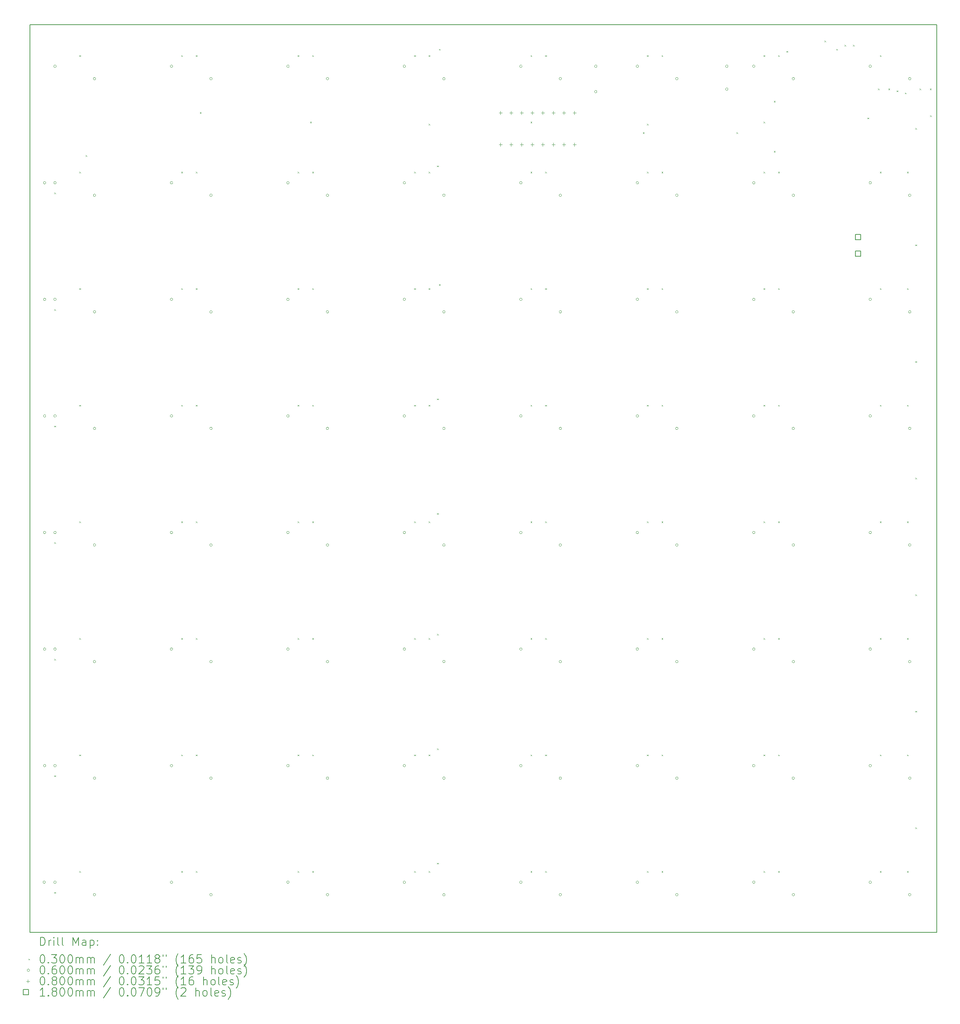
<source format=gbr>
%TF.GenerationSoftware,KiCad,Pcbnew,8.0.7*%
%TF.CreationDate,2025-03-27T18:08:51-05:00*%
%TF.ProjectId,Chess_board2,43686573-735f-4626-9f61-7264322e6b69,rev?*%
%TF.SameCoordinates,Original*%
%TF.FileFunction,Drillmap*%
%TF.FilePolarity,Positive*%
%FSLAX45Y45*%
G04 Gerber Fmt 4.5, Leading zero omitted, Abs format (unit mm)*
G04 Created by KiCad (PCBNEW 8.0.7) date 2025-03-27 18:08:51*
%MOMM*%
%LPD*%
G01*
G04 APERTURE LIST*
%ADD10C,0.200000*%
%ADD11C,0.100000*%
%ADD12C,0.180000*%
G04 APERTURE END LIST*
D10*
X31300000Y-6200000D02*
X53100000Y-6200000D01*
X53100000Y-28000000D01*
X31300000Y-28000000D01*
X31300000Y-6200000D01*
D11*
X31885000Y-10235000D02*
X31915000Y-10265000D01*
X31915000Y-10235000D02*
X31885000Y-10265000D01*
X31885000Y-13035000D02*
X31915000Y-13065000D01*
X31915000Y-13035000D02*
X31885000Y-13065000D01*
X31885000Y-15835000D02*
X31915000Y-15865000D01*
X31915000Y-15835000D02*
X31885000Y-15865000D01*
X31885000Y-18635000D02*
X31915000Y-18665000D01*
X31915000Y-18635000D02*
X31885000Y-18665000D01*
X31885000Y-21435000D02*
X31915000Y-21465000D01*
X31915000Y-21435000D02*
X31885000Y-21465000D01*
X31885000Y-24235000D02*
X31915000Y-24265000D01*
X31915000Y-24235000D02*
X31885000Y-24265000D01*
X31885000Y-27035000D02*
X31915000Y-27065000D01*
X31915000Y-27035000D02*
X31885000Y-27065000D01*
X32485000Y-6935000D02*
X32515000Y-6965000D01*
X32515000Y-6935000D02*
X32485000Y-6965000D01*
X32485000Y-9735000D02*
X32515000Y-9765000D01*
X32515000Y-9735000D02*
X32485000Y-9765000D01*
X32485000Y-12535000D02*
X32515000Y-12565000D01*
X32515000Y-12535000D02*
X32485000Y-12565000D01*
X32485000Y-15335000D02*
X32515000Y-15365000D01*
X32515000Y-15335000D02*
X32485000Y-15365000D01*
X32485000Y-18135000D02*
X32515000Y-18165000D01*
X32515000Y-18135000D02*
X32485000Y-18165000D01*
X32485000Y-20935000D02*
X32515000Y-20965000D01*
X32515000Y-20935000D02*
X32485000Y-20965000D01*
X32485000Y-23735000D02*
X32515000Y-23765000D01*
X32515000Y-23735000D02*
X32485000Y-23765000D01*
X32485000Y-26535000D02*
X32515000Y-26565000D01*
X32515000Y-26535000D02*
X32485000Y-26565000D01*
X32635000Y-9335000D02*
X32665000Y-9365000D01*
X32665000Y-9335000D02*
X32635000Y-9365000D01*
X34935000Y-6935000D02*
X34965000Y-6965000D01*
X34965000Y-6935000D02*
X34935000Y-6965000D01*
X34935000Y-9735000D02*
X34965000Y-9765000D01*
X34965000Y-9735000D02*
X34935000Y-9765000D01*
X34935000Y-12535000D02*
X34965000Y-12565000D01*
X34965000Y-12535000D02*
X34935000Y-12565000D01*
X34935000Y-15335000D02*
X34965000Y-15365000D01*
X34965000Y-15335000D02*
X34935000Y-15365000D01*
X34935000Y-18135000D02*
X34965000Y-18165000D01*
X34965000Y-18135000D02*
X34935000Y-18165000D01*
X34935000Y-20935000D02*
X34965000Y-20965000D01*
X34965000Y-20935000D02*
X34935000Y-20965000D01*
X34935000Y-23735000D02*
X34965000Y-23765000D01*
X34965000Y-23735000D02*
X34935000Y-23765000D01*
X34935000Y-26535000D02*
X34965000Y-26565000D01*
X34965000Y-26535000D02*
X34935000Y-26565000D01*
X35285000Y-6935000D02*
X35315000Y-6965000D01*
X35315000Y-6935000D02*
X35285000Y-6965000D01*
X35285000Y-9735000D02*
X35315000Y-9765000D01*
X35315000Y-9735000D02*
X35285000Y-9765000D01*
X35285000Y-12535000D02*
X35315000Y-12565000D01*
X35315000Y-12535000D02*
X35285000Y-12565000D01*
X35285000Y-15335000D02*
X35315000Y-15365000D01*
X35315000Y-15335000D02*
X35285000Y-15365000D01*
X35285000Y-18135000D02*
X35315000Y-18165000D01*
X35315000Y-18135000D02*
X35285000Y-18165000D01*
X35285000Y-20935000D02*
X35315000Y-20965000D01*
X35315000Y-20935000D02*
X35285000Y-20965000D01*
X35285000Y-23735000D02*
X35315000Y-23765000D01*
X35315000Y-23735000D02*
X35285000Y-23765000D01*
X35285000Y-26535000D02*
X35315000Y-26565000D01*
X35315000Y-26535000D02*
X35285000Y-26565000D01*
X35385000Y-8305000D02*
X35415000Y-8335000D01*
X35415000Y-8305000D02*
X35385000Y-8335000D01*
X37735000Y-6935000D02*
X37765000Y-6965000D01*
X37765000Y-6935000D02*
X37735000Y-6965000D01*
X37735000Y-9735000D02*
X37765000Y-9765000D01*
X37765000Y-9735000D02*
X37735000Y-9765000D01*
X37735000Y-12535000D02*
X37765000Y-12565000D01*
X37765000Y-12535000D02*
X37735000Y-12565000D01*
X37735000Y-15335000D02*
X37765000Y-15365000D01*
X37765000Y-15335000D02*
X37735000Y-15365000D01*
X37735000Y-18135000D02*
X37765000Y-18165000D01*
X37765000Y-18135000D02*
X37735000Y-18165000D01*
X37735000Y-20935000D02*
X37765000Y-20965000D01*
X37765000Y-20935000D02*
X37735000Y-20965000D01*
X37735000Y-23735000D02*
X37765000Y-23765000D01*
X37765000Y-23735000D02*
X37735000Y-23765000D01*
X37735000Y-26535000D02*
X37765000Y-26565000D01*
X37765000Y-26535000D02*
X37735000Y-26565000D01*
X38035000Y-8535000D02*
X38065000Y-8565000D01*
X38065000Y-8535000D02*
X38035000Y-8565000D01*
X38085000Y-6935000D02*
X38115000Y-6965000D01*
X38115000Y-6935000D02*
X38085000Y-6965000D01*
X38085000Y-9735000D02*
X38115000Y-9765000D01*
X38115000Y-9735000D02*
X38085000Y-9765000D01*
X38085000Y-12535000D02*
X38115000Y-12565000D01*
X38115000Y-12535000D02*
X38085000Y-12565000D01*
X38085000Y-15335000D02*
X38115000Y-15365000D01*
X38115000Y-15335000D02*
X38085000Y-15365000D01*
X38085000Y-18135000D02*
X38115000Y-18165000D01*
X38115000Y-18135000D02*
X38085000Y-18165000D01*
X38085000Y-20935000D02*
X38115000Y-20965000D01*
X38115000Y-20935000D02*
X38085000Y-20965000D01*
X38085000Y-23735000D02*
X38115000Y-23765000D01*
X38115000Y-23735000D02*
X38085000Y-23765000D01*
X38085000Y-26535000D02*
X38115000Y-26565000D01*
X38115000Y-26535000D02*
X38085000Y-26565000D01*
X40535000Y-6935000D02*
X40565000Y-6965000D01*
X40565000Y-6935000D02*
X40535000Y-6965000D01*
X40535000Y-9735000D02*
X40565000Y-9765000D01*
X40565000Y-9735000D02*
X40535000Y-9765000D01*
X40535000Y-12535000D02*
X40565000Y-12565000D01*
X40565000Y-12535000D02*
X40535000Y-12565000D01*
X40535000Y-15335000D02*
X40565000Y-15365000D01*
X40565000Y-15335000D02*
X40535000Y-15365000D01*
X40535000Y-18135000D02*
X40565000Y-18165000D01*
X40565000Y-18135000D02*
X40535000Y-18165000D01*
X40535000Y-20935000D02*
X40565000Y-20965000D01*
X40565000Y-20935000D02*
X40535000Y-20965000D01*
X40535000Y-23735000D02*
X40565000Y-23765000D01*
X40565000Y-23735000D02*
X40535000Y-23765000D01*
X40535000Y-26535000D02*
X40565000Y-26565000D01*
X40565000Y-26535000D02*
X40535000Y-26565000D01*
X40885000Y-6935000D02*
X40915000Y-6965000D01*
X40915000Y-6935000D02*
X40885000Y-6965000D01*
X40885000Y-8585000D02*
X40915000Y-8615000D01*
X40915000Y-8585000D02*
X40885000Y-8615000D01*
X40885000Y-9735000D02*
X40915000Y-9765000D01*
X40915000Y-9735000D02*
X40885000Y-9765000D01*
X40885000Y-12535000D02*
X40915000Y-12565000D01*
X40915000Y-12535000D02*
X40885000Y-12565000D01*
X40885000Y-15335000D02*
X40915000Y-15365000D01*
X40915000Y-15335000D02*
X40885000Y-15365000D01*
X40885000Y-18135000D02*
X40915000Y-18165000D01*
X40915000Y-18135000D02*
X40885000Y-18165000D01*
X40885000Y-20935000D02*
X40915000Y-20965000D01*
X40915000Y-20935000D02*
X40885000Y-20965000D01*
X40885000Y-23735000D02*
X40915000Y-23765000D01*
X40915000Y-23735000D02*
X40885000Y-23765000D01*
X40885000Y-26535000D02*
X40915000Y-26565000D01*
X40915000Y-26535000D02*
X40885000Y-26565000D01*
X41085000Y-9585000D02*
X41115000Y-9615000D01*
X41115000Y-9585000D02*
X41085000Y-9615000D01*
X41085000Y-15185000D02*
X41115000Y-15215000D01*
X41115000Y-15185000D02*
X41085000Y-15215000D01*
X41085000Y-17935000D02*
X41115000Y-17965000D01*
X41115000Y-17935000D02*
X41085000Y-17965000D01*
X41085000Y-20835000D02*
X41115000Y-20865000D01*
X41115000Y-20835000D02*
X41085000Y-20865000D01*
X41085000Y-23585000D02*
X41115000Y-23615000D01*
X41115000Y-23585000D02*
X41085000Y-23615000D01*
X41085000Y-26335000D02*
X41115000Y-26365000D01*
X41115000Y-26335000D02*
X41085000Y-26365000D01*
X41135000Y-6785000D02*
X41165000Y-6815000D01*
X41165000Y-6785000D02*
X41135000Y-6815000D01*
X41135000Y-12435000D02*
X41165000Y-12465000D01*
X41165000Y-12435000D02*
X41135000Y-12465000D01*
X43335000Y-6935000D02*
X43365000Y-6965000D01*
X43365000Y-6935000D02*
X43335000Y-6965000D01*
X43335000Y-8535000D02*
X43365000Y-8565000D01*
X43365000Y-8535000D02*
X43335000Y-8565000D01*
X43335000Y-9735000D02*
X43365000Y-9765000D01*
X43365000Y-9735000D02*
X43335000Y-9765000D01*
X43335000Y-12535000D02*
X43365000Y-12565000D01*
X43365000Y-12535000D02*
X43335000Y-12565000D01*
X43335000Y-15335000D02*
X43365000Y-15365000D01*
X43365000Y-15335000D02*
X43335000Y-15365000D01*
X43335000Y-18135000D02*
X43365000Y-18165000D01*
X43365000Y-18135000D02*
X43335000Y-18165000D01*
X43335000Y-20935000D02*
X43365000Y-20965000D01*
X43365000Y-20935000D02*
X43335000Y-20965000D01*
X43335000Y-23735000D02*
X43365000Y-23765000D01*
X43365000Y-23735000D02*
X43335000Y-23765000D01*
X43335000Y-26535000D02*
X43365000Y-26565000D01*
X43365000Y-26535000D02*
X43335000Y-26565000D01*
X43685000Y-6935000D02*
X43715000Y-6965000D01*
X43715000Y-6935000D02*
X43685000Y-6965000D01*
X43685000Y-9735000D02*
X43715000Y-9765000D01*
X43715000Y-9735000D02*
X43685000Y-9765000D01*
X43685000Y-12535000D02*
X43715000Y-12565000D01*
X43715000Y-12535000D02*
X43685000Y-12565000D01*
X43685000Y-15335000D02*
X43715000Y-15365000D01*
X43715000Y-15335000D02*
X43685000Y-15365000D01*
X43685000Y-18135000D02*
X43715000Y-18165000D01*
X43715000Y-18135000D02*
X43685000Y-18165000D01*
X43685000Y-20935000D02*
X43715000Y-20965000D01*
X43715000Y-20935000D02*
X43685000Y-20965000D01*
X43685000Y-23735000D02*
X43715000Y-23765000D01*
X43715000Y-23735000D02*
X43685000Y-23765000D01*
X43685000Y-26535000D02*
X43715000Y-26565000D01*
X43715000Y-26535000D02*
X43685000Y-26565000D01*
X46035000Y-8785000D02*
X46065000Y-8815000D01*
X46065000Y-8785000D02*
X46035000Y-8815000D01*
X46135000Y-6935000D02*
X46165000Y-6965000D01*
X46165000Y-6935000D02*
X46135000Y-6965000D01*
X46135000Y-8585000D02*
X46165000Y-8615000D01*
X46165000Y-8585000D02*
X46135000Y-8615000D01*
X46135000Y-9735000D02*
X46165000Y-9765000D01*
X46165000Y-9735000D02*
X46135000Y-9765000D01*
X46135000Y-12535000D02*
X46165000Y-12565000D01*
X46165000Y-12535000D02*
X46135000Y-12565000D01*
X46135000Y-15335000D02*
X46165000Y-15365000D01*
X46165000Y-15335000D02*
X46135000Y-15365000D01*
X46135000Y-18135000D02*
X46165000Y-18165000D01*
X46165000Y-18135000D02*
X46135000Y-18165000D01*
X46135000Y-20935000D02*
X46165000Y-20965000D01*
X46165000Y-20935000D02*
X46135000Y-20965000D01*
X46135000Y-23735000D02*
X46165000Y-23765000D01*
X46165000Y-23735000D02*
X46135000Y-23765000D01*
X46135000Y-26535000D02*
X46165000Y-26565000D01*
X46165000Y-26535000D02*
X46135000Y-26565000D01*
X46485000Y-6935000D02*
X46515000Y-6965000D01*
X46515000Y-6935000D02*
X46485000Y-6965000D01*
X46485000Y-9735000D02*
X46515000Y-9765000D01*
X46515000Y-9735000D02*
X46485000Y-9765000D01*
X46485000Y-12535000D02*
X46515000Y-12565000D01*
X46515000Y-12535000D02*
X46485000Y-12565000D01*
X46485000Y-15335000D02*
X46515000Y-15365000D01*
X46515000Y-15335000D02*
X46485000Y-15365000D01*
X46485000Y-18135000D02*
X46515000Y-18165000D01*
X46515000Y-18135000D02*
X46485000Y-18165000D01*
X46485000Y-20935000D02*
X46515000Y-20965000D01*
X46515000Y-20935000D02*
X46485000Y-20965000D01*
X46485000Y-23735000D02*
X46515000Y-23765000D01*
X46515000Y-23735000D02*
X46485000Y-23765000D01*
X46485000Y-26535000D02*
X46515000Y-26565000D01*
X46515000Y-26535000D02*
X46485000Y-26565000D01*
X48285000Y-8785000D02*
X48315000Y-8815000D01*
X48315000Y-8785000D02*
X48285000Y-8815000D01*
X48935000Y-6935000D02*
X48965000Y-6965000D01*
X48965000Y-6935000D02*
X48935000Y-6965000D01*
X48935000Y-8535000D02*
X48965000Y-8565000D01*
X48965000Y-8535000D02*
X48935000Y-8565000D01*
X48935000Y-9735000D02*
X48965000Y-9765000D01*
X48965000Y-9735000D02*
X48935000Y-9765000D01*
X48935000Y-12535000D02*
X48965000Y-12565000D01*
X48965000Y-12535000D02*
X48935000Y-12565000D01*
X48935000Y-15335000D02*
X48965000Y-15365000D01*
X48965000Y-15335000D02*
X48935000Y-15365000D01*
X48935000Y-18135000D02*
X48965000Y-18165000D01*
X48965000Y-18135000D02*
X48935000Y-18165000D01*
X48935000Y-20935000D02*
X48965000Y-20965000D01*
X48965000Y-20935000D02*
X48935000Y-20965000D01*
X48935000Y-23735000D02*
X48965000Y-23765000D01*
X48965000Y-23735000D02*
X48935000Y-23765000D01*
X48935000Y-26535000D02*
X48965000Y-26565000D01*
X48965000Y-26535000D02*
X48935000Y-26565000D01*
X49185000Y-8035000D02*
X49215000Y-8065000D01*
X49215000Y-8035000D02*
X49185000Y-8065000D01*
X49185000Y-9235000D02*
X49215000Y-9265000D01*
X49215000Y-9235000D02*
X49185000Y-9265000D01*
X49285000Y-6935000D02*
X49315000Y-6965000D01*
X49315000Y-6935000D02*
X49285000Y-6965000D01*
X49285000Y-9735000D02*
X49315000Y-9765000D01*
X49315000Y-9735000D02*
X49285000Y-9765000D01*
X49285000Y-12535000D02*
X49315000Y-12565000D01*
X49315000Y-12535000D02*
X49285000Y-12565000D01*
X49285000Y-15335000D02*
X49315000Y-15365000D01*
X49315000Y-15335000D02*
X49285000Y-15365000D01*
X49285000Y-18135000D02*
X49315000Y-18165000D01*
X49315000Y-18135000D02*
X49285000Y-18165000D01*
X49285000Y-20935000D02*
X49315000Y-20965000D01*
X49315000Y-20935000D02*
X49285000Y-20965000D01*
X49285000Y-23735000D02*
X49315000Y-23765000D01*
X49315000Y-23735000D02*
X49285000Y-23765000D01*
X49285000Y-26535000D02*
X49315000Y-26565000D01*
X49315000Y-26535000D02*
X49285000Y-26565000D01*
X49485000Y-6835000D02*
X49515000Y-6865000D01*
X49515000Y-6835000D02*
X49485000Y-6865000D01*
X50399000Y-6585000D02*
X50429000Y-6615000D01*
X50429000Y-6585000D02*
X50399000Y-6615000D01*
X50685000Y-6785000D02*
X50715000Y-6815000D01*
X50715000Y-6785000D02*
X50685000Y-6815000D01*
X50885000Y-6685000D02*
X50915000Y-6715000D01*
X50915000Y-6685000D02*
X50885000Y-6715000D01*
X51085000Y-6685000D02*
X51115000Y-6715000D01*
X51115000Y-6685000D02*
X51085000Y-6715000D01*
X51435000Y-8435000D02*
X51465000Y-8465000D01*
X51465000Y-8435000D02*
X51435000Y-8465000D01*
X51685000Y-7735000D02*
X51715000Y-7765000D01*
X51715000Y-7735000D02*
X51685000Y-7765000D01*
X51735000Y-6935000D02*
X51765000Y-6965000D01*
X51765000Y-6935000D02*
X51735000Y-6965000D01*
X51735000Y-9735000D02*
X51765000Y-9765000D01*
X51765000Y-9735000D02*
X51735000Y-9765000D01*
X51735000Y-12535000D02*
X51765000Y-12565000D01*
X51765000Y-12535000D02*
X51735000Y-12565000D01*
X51735000Y-15335000D02*
X51765000Y-15365000D01*
X51765000Y-15335000D02*
X51735000Y-15365000D01*
X51735000Y-18135000D02*
X51765000Y-18165000D01*
X51765000Y-18135000D02*
X51735000Y-18165000D01*
X51735000Y-20935000D02*
X51765000Y-20965000D01*
X51765000Y-20935000D02*
X51735000Y-20965000D01*
X51735000Y-23735000D02*
X51765000Y-23765000D01*
X51765000Y-23735000D02*
X51735000Y-23765000D01*
X51735000Y-26535000D02*
X51765000Y-26565000D01*
X51765000Y-26535000D02*
X51735000Y-26565000D01*
X51935000Y-7735000D02*
X51965000Y-7765000D01*
X51965000Y-7735000D02*
X51935000Y-7765000D01*
X52135000Y-7785000D02*
X52165000Y-7815000D01*
X52165000Y-7785000D02*
X52135000Y-7815000D01*
X52335000Y-7835000D02*
X52365000Y-7865000D01*
X52365000Y-7835000D02*
X52335000Y-7865000D01*
X52385000Y-9735000D02*
X52415000Y-9765000D01*
X52415000Y-9735000D02*
X52385000Y-9765000D01*
X52385000Y-12535000D02*
X52415000Y-12565000D01*
X52415000Y-12535000D02*
X52385000Y-12565000D01*
X52385000Y-15335000D02*
X52415000Y-15365000D01*
X52415000Y-15335000D02*
X52385000Y-15365000D01*
X52385000Y-18135000D02*
X52415000Y-18165000D01*
X52415000Y-18135000D02*
X52385000Y-18165000D01*
X52385000Y-20935000D02*
X52415000Y-20965000D01*
X52415000Y-20935000D02*
X52385000Y-20965000D01*
X52385000Y-23735000D02*
X52415000Y-23765000D01*
X52415000Y-23735000D02*
X52385000Y-23765000D01*
X52385000Y-26535000D02*
X52415000Y-26565000D01*
X52415000Y-26535000D02*
X52385000Y-26565000D01*
X52585000Y-8685000D02*
X52615000Y-8715000D01*
X52615000Y-8685000D02*
X52585000Y-8715000D01*
X52585000Y-11485000D02*
X52615000Y-11515000D01*
X52615000Y-11485000D02*
X52585000Y-11515000D01*
X52585000Y-14285000D02*
X52615000Y-14315000D01*
X52615000Y-14285000D02*
X52585000Y-14315000D01*
X52585000Y-17085000D02*
X52615000Y-17115000D01*
X52615000Y-17085000D02*
X52585000Y-17115000D01*
X52585000Y-19885000D02*
X52615000Y-19915000D01*
X52615000Y-19885000D02*
X52585000Y-19915000D01*
X52585000Y-22685000D02*
X52615000Y-22715000D01*
X52615000Y-22685000D02*
X52585000Y-22715000D01*
X52585000Y-25485000D02*
X52615000Y-25515000D01*
X52615000Y-25485000D02*
X52585000Y-25515000D01*
X52685000Y-7735000D02*
X52715000Y-7765000D01*
X52715000Y-7735000D02*
X52685000Y-7765000D01*
X52935000Y-7735000D02*
X52965000Y-7765000D01*
X52965000Y-7735000D02*
X52935000Y-7765000D01*
X52939000Y-8381000D02*
X52969000Y-8411000D01*
X52969000Y-8381000D02*
X52939000Y-8411000D01*
X31670000Y-26800000D02*
G75*
G02*
X31610000Y-26800000I-30000J0D01*
G01*
X31610000Y-26800000D02*
G75*
G02*
X31670000Y-26800000I30000J0D01*
G01*
X31680000Y-10000000D02*
G75*
G02*
X31620000Y-10000000I-30000J0D01*
G01*
X31620000Y-10000000D02*
G75*
G02*
X31680000Y-10000000I30000J0D01*
G01*
X31680000Y-12800000D02*
G75*
G02*
X31620000Y-12800000I-30000J0D01*
G01*
X31620000Y-12800000D02*
G75*
G02*
X31680000Y-12800000I30000J0D01*
G01*
X31680000Y-15600000D02*
G75*
G02*
X31620000Y-15600000I-30000J0D01*
G01*
X31620000Y-15600000D02*
G75*
G02*
X31680000Y-15600000I30000J0D01*
G01*
X31680000Y-18400000D02*
G75*
G02*
X31620000Y-18400000I-30000J0D01*
G01*
X31620000Y-18400000D02*
G75*
G02*
X31680000Y-18400000I30000J0D01*
G01*
X31680000Y-21200000D02*
G75*
G02*
X31620000Y-21200000I-30000J0D01*
G01*
X31620000Y-21200000D02*
G75*
G02*
X31680000Y-21200000I30000J0D01*
G01*
X31680000Y-24000000D02*
G75*
G02*
X31620000Y-24000000I-30000J0D01*
G01*
X31620000Y-24000000D02*
G75*
G02*
X31680000Y-24000000I30000J0D01*
G01*
X31930000Y-7200000D02*
G75*
G02*
X31870000Y-7200000I-30000J0D01*
G01*
X31870000Y-7200000D02*
G75*
G02*
X31930000Y-7200000I30000J0D01*
G01*
X31930000Y-10000000D02*
G75*
G02*
X31870000Y-10000000I-30000J0D01*
G01*
X31870000Y-10000000D02*
G75*
G02*
X31930000Y-10000000I30000J0D01*
G01*
X31930000Y-12800000D02*
G75*
G02*
X31870000Y-12800000I-30000J0D01*
G01*
X31870000Y-12800000D02*
G75*
G02*
X31930000Y-12800000I30000J0D01*
G01*
X31930000Y-15600000D02*
G75*
G02*
X31870000Y-15600000I-30000J0D01*
G01*
X31870000Y-15600000D02*
G75*
G02*
X31930000Y-15600000I30000J0D01*
G01*
X31930000Y-18400000D02*
G75*
G02*
X31870000Y-18400000I-30000J0D01*
G01*
X31870000Y-18400000D02*
G75*
G02*
X31930000Y-18400000I30000J0D01*
G01*
X31930000Y-21200000D02*
G75*
G02*
X31870000Y-21200000I-30000J0D01*
G01*
X31870000Y-21200000D02*
G75*
G02*
X31930000Y-21200000I30000J0D01*
G01*
X31930000Y-24000000D02*
G75*
G02*
X31870000Y-24000000I-30000J0D01*
G01*
X31870000Y-24000000D02*
G75*
G02*
X31930000Y-24000000I30000J0D01*
G01*
X31930000Y-26800000D02*
G75*
G02*
X31870000Y-26800000I-30000J0D01*
G01*
X31870000Y-26800000D02*
G75*
G02*
X31930000Y-26800000I30000J0D01*
G01*
X32880000Y-7500000D02*
G75*
G02*
X32820000Y-7500000I-30000J0D01*
G01*
X32820000Y-7500000D02*
G75*
G02*
X32880000Y-7500000I30000J0D01*
G01*
X32880000Y-10300000D02*
G75*
G02*
X32820000Y-10300000I-30000J0D01*
G01*
X32820000Y-10300000D02*
G75*
G02*
X32880000Y-10300000I30000J0D01*
G01*
X32880000Y-13100000D02*
G75*
G02*
X32820000Y-13100000I-30000J0D01*
G01*
X32820000Y-13100000D02*
G75*
G02*
X32880000Y-13100000I30000J0D01*
G01*
X32880000Y-15900000D02*
G75*
G02*
X32820000Y-15900000I-30000J0D01*
G01*
X32820000Y-15900000D02*
G75*
G02*
X32880000Y-15900000I30000J0D01*
G01*
X32880000Y-18700000D02*
G75*
G02*
X32820000Y-18700000I-30000J0D01*
G01*
X32820000Y-18700000D02*
G75*
G02*
X32880000Y-18700000I30000J0D01*
G01*
X32880000Y-21500000D02*
G75*
G02*
X32820000Y-21500000I-30000J0D01*
G01*
X32820000Y-21500000D02*
G75*
G02*
X32880000Y-21500000I30000J0D01*
G01*
X32880000Y-24300000D02*
G75*
G02*
X32820000Y-24300000I-30000J0D01*
G01*
X32820000Y-24300000D02*
G75*
G02*
X32880000Y-24300000I30000J0D01*
G01*
X32880000Y-27100000D02*
G75*
G02*
X32820000Y-27100000I-30000J0D01*
G01*
X32820000Y-27100000D02*
G75*
G02*
X32880000Y-27100000I30000J0D01*
G01*
X34730000Y-7200000D02*
G75*
G02*
X34670000Y-7200000I-30000J0D01*
G01*
X34670000Y-7200000D02*
G75*
G02*
X34730000Y-7200000I30000J0D01*
G01*
X34730000Y-10000000D02*
G75*
G02*
X34670000Y-10000000I-30000J0D01*
G01*
X34670000Y-10000000D02*
G75*
G02*
X34730000Y-10000000I30000J0D01*
G01*
X34730000Y-12800000D02*
G75*
G02*
X34670000Y-12800000I-30000J0D01*
G01*
X34670000Y-12800000D02*
G75*
G02*
X34730000Y-12800000I30000J0D01*
G01*
X34730000Y-15600000D02*
G75*
G02*
X34670000Y-15600000I-30000J0D01*
G01*
X34670000Y-15600000D02*
G75*
G02*
X34730000Y-15600000I30000J0D01*
G01*
X34730000Y-18400000D02*
G75*
G02*
X34670000Y-18400000I-30000J0D01*
G01*
X34670000Y-18400000D02*
G75*
G02*
X34730000Y-18400000I30000J0D01*
G01*
X34730000Y-21200000D02*
G75*
G02*
X34670000Y-21200000I-30000J0D01*
G01*
X34670000Y-21200000D02*
G75*
G02*
X34730000Y-21200000I30000J0D01*
G01*
X34730000Y-24000000D02*
G75*
G02*
X34670000Y-24000000I-30000J0D01*
G01*
X34670000Y-24000000D02*
G75*
G02*
X34730000Y-24000000I30000J0D01*
G01*
X34730000Y-26800000D02*
G75*
G02*
X34670000Y-26800000I-30000J0D01*
G01*
X34670000Y-26800000D02*
G75*
G02*
X34730000Y-26800000I30000J0D01*
G01*
X35680000Y-7500000D02*
G75*
G02*
X35620000Y-7500000I-30000J0D01*
G01*
X35620000Y-7500000D02*
G75*
G02*
X35680000Y-7500000I30000J0D01*
G01*
X35680000Y-10300000D02*
G75*
G02*
X35620000Y-10300000I-30000J0D01*
G01*
X35620000Y-10300000D02*
G75*
G02*
X35680000Y-10300000I30000J0D01*
G01*
X35680000Y-13100000D02*
G75*
G02*
X35620000Y-13100000I-30000J0D01*
G01*
X35620000Y-13100000D02*
G75*
G02*
X35680000Y-13100000I30000J0D01*
G01*
X35680000Y-15900000D02*
G75*
G02*
X35620000Y-15900000I-30000J0D01*
G01*
X35620000Y-15900000D02*
G75*
G02*
X35680000Y-15900000I30000J0D01*
G01*
X35680000Y-18700000D02*
G75*
G02*
X35620000Y-18700000I-30000J0D01*
G01*
X35620000Y-18700000D02*
G75*
G02*
X35680000Y-18700000I30000J0D01*
G01*
X35680000Y-21500000D02*
G75*
G02*
X35620000Y-21500000I-30000J0D01*
G01*
X35620000Y-21500000D02*
G75*
G02*
X35680000Y-21500000I30000J0D01*
G01*
X35680000Y-24300000D02*
G75*
G02*
X35620000Y-24300000I-30000J0D01*
G01*
X35620000Y-24300000D02*
G75*
G02*
X35680000Y-24300000I30000J0D01*
G01*
X35680000Y-27100000D02*
G75*
G02*
X35620000Y-27100000I-30000J0D01*
G01*
X35620000Y-27100000D02*
G75*
G02*
X35680000Y-27100000I30000J0D01*
G01*
X37530000Y-7200000D02*
G75*
G02*
X37470000Y-7200000I-30000J0D01*
G01*
X37470000Y-7200000D02*
G75*
G02*
X37530000Y-7200000I30000J0D01*
G01*
X37530000Y-10000000D02*
G75*
G02*
X37470000Y-10000000I-30000J0D01*
G01*
X37470000Y-10000000D02*
G75*
G02*
X37530000Y-10000000I30000J0D01*
G01*
X37530000Y-12800000D02*
G75*
G02*
X37470000Y-12800000I-30000J0D01*
G01*
X37470000Y-12800000D02*
G75*
G02*
X37530000Y-12800000I30000J0D01*
G01*
X37530000Y-15600000D02*
G75*
G02*
X37470000Y-15600000I-30000J0D01*
G01*
X37470000Y-15600000D02*
G75*
G02*
X37530000Y-15600000I30000J0D01*
G01*
X37530000Y-18400000D02*
G75*
G02*
X37470000Y-18400000I-30000J0D01*
G01*
X37470000Y-18400000D02*
G75*
G02*
X37530000Y-18400000I30000J0D01*
G01*
X37530000Y-21200000D02*
G75*
G02*
X37470000Y-21200000I-30000J0D01*
G01*
X37470000Y-21200000D02*
G75*
G02*
X37530000Y-21200000I30000J0D01*
G01*
X37530000Y-24000000D02*
G75*
G02*
X37470000Y-24000000I-30000J0D01*
G01*
X37470000Y-24000000D02*
G75*
G02*
X37530000Y-24000000I30000J0D01*
G01*
X37530000Y-26800000D02*
G75*
G02*
X37470000Y-26800000I-30000J0D01*
G01*
X37470000Y-26800000D02*
G75*
G02*
X37530000Y-26800000I30000J0D01*
G01*
X38480000Y-7500000D02*
G75*
G02*
X38420000Y-7500000I-30000J0D01*
G01*
X38420000Y-7500000D02*
G75*
G02*
X38480000Y-7500000I30000J0D01*
G01*
X38480000Y-10300000D02*
G75*
G02*
X38420000Y-10300000I-30000J0D01*
G01*
X38420000Y-10300000D02*
G75*
G02*
X38480000Y-10300000I30000J0D01*
G01*
X38480000Y-13100000D02*
G75*
G02*
X38420000Y-13100000I-30000J0D01*
G01*
X38420000Y-13100000D02*
G75*
G02*
X38480000Y-13100000I30000J0D01*
G01*
X38480000Y-15900000D02*
G75*
G02*
X38420000Y-15900000I-30000J0D01*
G01*
X38420000Y-15900000D02*
G75*
G02*
X38480000Y-15900000I30000J0D01*
G01*
X38480000Y-18700000D02*
G75*
G02*
X38420000Y-18700000I-30000J0D01*
G01*
X38420000Y-18700000D02*
G75*
G02*
X38480000Y-18700000I30000J0D01*
G01*
X38480000Y-21500000D02*
G75*
G02*
X38420000Y-21500000I-30000J0D01*
G01*
X38420000Y-21500000D02*
G75*
G02*
X38480000Y-21500000I30000J0D01*
G01*
X38480000Y-24300000D02*
G75*
G02*
X38420000Y-24300000I-30000J0D01*
G01*
X38420000Y-24300000D02*
G75*
G02*
X38480000Y-24300000I30000J0D01*
G01*
X38480000Y-27100000D02*
G75*
G02*
X38420000Y-27100000I-30000J0D01*
G01*
X38420000Y-27100000D02*
G75*
G02*
X38480000Y-27100000I30000J0D01*
G01*
X40330000Y-7200000D02*
G75*
G02*
X40270000Y-7200000I-30000J0D01*
G01*
X40270000Y-7200000D02*
G75*
G02*
X40330000Y-7200000I30000J0D01*
G01*
X40330000Y-10000000D02*
G75*
G02*
X40270000Y-10000000I-30000J0D01*
G01*
X40270000Y-10000000D02*
G75*
G02*
X40330000Y-10000000I30000J0D01*
G01*
X40330000Y-12800000D02*
G75*
G02*
X40270000Y-12800000I-30000J0D01*
G01*
X40270000Y-12800000D02*
G75*
G02*
X40330000Y-12800000I30000J0D01*
G01*
X40330000Y-15600000D02*
G75*
G02*
X40270000Y-15600000I-30000J0D01*
G01*
X40270000Y-15600000D02*
G75*
G02*
X40330000Y-15600000I30000J0D01*
G01*
X40330000Y-18400000D02*
G75*
G02*
X40270000Y-18400000I-30000J0D01*
G01*
X40270000Y-18400000D02*
G75*
G02*
X40330000Y-18400000I30000J0D01*
G01*
X40330000Y-21200000D02*
G75*
G02*
X40270000Y-21200000I-30000J0D01*
G01*
X40270000Y-21200000D02*
G75*
G02*
X40330000Y-21200000I30000J0D01*
G01*
X40330000Y-24000000D02*
G75*
G02*
X40270000Y-24000000I-30000J0D01*
G01*
X40270000Y-24000000D02*
G75*
G02*
X40330000Y-24000000I30000J0D01*
G01*
X40330000Y-26800000D02*
G75*
G02*
X40270000Y-26800000I-30000J0D01*
G01*
X40270000Y-26800000D02*
G75*
G02*
X40330000Y-26800000I30000J0D01*
G01*
X41280000Y-7500000D02*
G75*
G02*
X41220000Y-7500000I-30000J0D01*
G01*
X41220000Y-7500000D02*
G75*
G02*
X41280000Y-7500000I30000J0D01*
G01*
X41280000Y-10300000D02*
G75*
G02*
X41220000Y-10300000I-30000J0D01*
G01*
X41220000Y-10300000D02*
G75*
G02*
X41280000Y-10300000I30000J0D01*
G01*
X41280000Y-13100000D02*
G75*
G02*
X41220000Y-13100000I-30000J0D01*
G01*
X41220000Y-13100000D02*
G75*
G02*
X41280000Y-13100000I30000J0D01*
G01*
X41280000Y-15900000D02*
G75*
G02*
X41220000Y-15900000I-30000J0D01*
G01*
X41220000Y-15900000D02*
G75*
G02*
X41280000Y-15900000I30000J0D01*
G01*
X41280000Y-18700000D02*
G75*
G02*
X41220000Y-18700000I-30000J0D01*
G01*
X41220000Y-18700000D02*
G75*
G02*
X41280000Y-18700000I30000J0D01*
G01*
X41280000Y-21500000D02*
G75*
G02*
X41220000Y-21500000I-30000J0D01*
G01*
X41220000Y-21500000D02*
G75*
G02*
X41280000Y-21500000I30000J0D01*
G01*
X41280000Y-24300000D02*
G75*
G02*
X41220000Y-24300000I-30000J0D01*
G01*
X41220000Y-24300000D02*
G75*
G02*
X41280000Y-24300000I30000J0D01*
G01*
X41280000Y-27100000D02*
G75*
G02*
X41220000Y-27100000I-30000J0D01*
G01*
X41220000Y-27100000D02*
G75*
G02*
X41280000Y-27100000I30000J0D01*
G01*
X43130000Y-7200000D02*
G75*
G02*
X43070000Y-7200000I-30000J0D01*
G01*
X43070000Y-7200000D02*
G75*
G02*
X43130000Y-7200000I30000J0D01*
G01*
X43130000Y-10000000D02*
G75*
G02*
X43070000Y-10000000I-30000J0D01*
G01*
X43070000Y-10000000D02*
G75*
G02*
X43130000Y-10000000I30000J0D01*
G01*
X43130000Y-12800000D02*
G75*
G02*
X43070000Y-12800000I-30000J0D01*
G01*
X43070000Y-12800000D02*
G75*
G02*
X43130000Y-12800000I30000J0D01*
G01*
X43130000Y-15600000D02*
G75*
G02*
X43070000Y-15600000I-30000J0D01*
G01*
X43070000Y-15600000D02*
G75*
G02*
X43130000Y-15600000I30000J0D01*
G01*
X43130000Y-18400000D02*
G75*
G02*
X43070000Y-18400000I-30000J0D01*
G01*
X43070000Y-18400000D02*
G75*
G02*
X43130000Y-18400000I30000J0D01*
G01*
X43130000Y-21200000D02*
G75*
G02*
X43070000Y-21200000I-30000J0D01*
G01*
X43070000Y-21200000D02*
G75*
G02*
X43130000Y-21200000I30000J0D01*
G01*
X43130000Y-24000000D02*
G75*
G02*
X43070000Y-24000000I-30000J0D01*
G01*
X43070000Y-24000000D02*
G75*
G02*
X43130000Y-24000000I30000J0D01*
G01*
X43130000Y-26800000D02*
G75*
G02*
X43070000Y-26800000I-30000J0D01*
G01*
X43070000Y-26800000D02*
G75*
G02*
X43130000Y-26800000I30000J0D01*
G01*
X44080000Y-7500000D02*
G75*
G02*
X44020000Y-7500000I-30000J0D01*
G01*
X44020000Y-7500000D02*
G75*
G02*
X44080000Y-7500000I30000J0D01*
G01*
X44080000Y-10300000D02*
G75*
G02*
X44020000Y-10300000I-30000J0D01*
G01*
X44020000Y-10300000D02*
G75*
G02*
X44080000Y-10300000I30000J0D01*
G01*
X44080000Y-13100000D02*
G75*
G02*
X44020000Y-13100000I-30000J0D01*
G01*
X44020000Y-13100000D02*
G75*
G02*
X44080000Y-13100000I30000J0D01*
G01*
X44080000Y-15900000D02*
G75*
G02*
X44020000Y-15900000I-30000J0D01*
G01*
X44020000Y-15900000D02*
G75*
G02*
X44080000Y-15900000I30000J0D01*
G01*
X44080000Y-18700000D02*
G75*
G02*
X44020000Y-18700000I-30000J0D01*
G01*
X44020000Y-18700000D02*
G75*
G02*
X44080000Y-18700000I30000J0D01*
G01*
X44080000Y-21500000D02*
G75*
G02*
X44020000Y-21500000I-30000J0D01*
G01*
X44020000Y-21500000D02*
G75*
G02*
X44080000Y-21500000I30000J0D01*
G01*
X44080000Y-24300000D02*
G75*
G02*
X44020000Y-24300000I-30000J0D01*
G01*
X44020000Y-24300000D02*
G75*
G02*
X44080000Y-24300000I30000J0D01*
G01*
X44080000Y-27100000D02*
G75*
G02*
X44020000Y-27100000I-30000J0D01*
G01*
X44020000Y-27100000D02*
G75*
G02*
X44080000Y-27100000I30000J0D01*
G01*
X44930000Y-7200000D02*
G75*
G02*
X44870000Y-7200000I-30000J0D01*
G01*
X44870000Y-7200000D02*
G75*
G02*
X44930000Y-7200000I30000J0D01*
G01*
X44930000Y-7810500D02*
G75*
G02*
X44870000Y-7810500I-30000J0D01*
G01*
X44870000Y-7810500D02*
G75*
G02*
X44930000Y-7810500I30000J0D01*
G01*
X45930000Y-7200000D02*
G75*
G02*
X45870000Y-7200000I-30000J0D01*
G01*
X45870000Y-7200000D02*
G75*
G02*
X45930000Y-7200000I30000J0D01*
G01*
X45930000Y-10000000D02*
G75*
G02*
X45870000Y-10000000I-30000J0D01*
G01*
X45870000Y-10000000D02*
G75*
G02*
X45930000Y-10000000I30000J0D01*
G01*
X45930000Y-12800000D02*
G75*
G02*
X45870000Y-12800000I-30000J0D01*
G01*
X45870000Y-12800000D02*
G75*
G02*
X45930000Y-12800000I30000J0D01*
G01*
X45930000Y-15600000D02*
G75*
G02*
X45870000Y-15600000I-30000J0D01*
G01*
X45870000Y-15600000D02*
G75*
G02*
X45930000Y-15600000I30000J0D01*
G01*
X45930000Y-18400000D02*
G75*
G02*
X45870000Y-18400000I-30000J0D01*
G01*
X45870000Y-18400000D02*
G75*
G02*
X45930000Y-18400000I30000J0D01*
G01*
X45930000Y-21200000D02*
G75*
G02*
X45870000Y-21200000I-30000J0D01*
G01*
X45870000Y-21200000D02*
G75*
G02*
X45930000Y-21200000I30000J0D01*
G01*
X45930000Y-24000000D02*
G75*
G02*
X45870000Y-24000000I-30000J0D01*
G01*
X45870000Y-24000000D02*
G75*
G02*
X45930000Y-24000000I30000J0D01*
G01*
X45930000Y-26800000D02*
G75*
G02*
X45870000Y-26800000I-30000J0D01*
G01*
X45870000Y-26800000D02*
G75*
G02*
X45930000Y-26800000I30000J0D01*
G01*
X46880000Y-7500000D02*
G75*
G02*
X46820000Y-7500000I-30000J0D01*
G01*
X46820000Y-7500000D02*
G75*
G02*
X46880000Y-7500000I30000J0D01*
G01*
X46880000Y-10300000D02*
G75*
G02*
X46820000Y-10300000I-30000J0D01*
G01*
X46820000Y-10300000D02*
G75*
G02*
X46880000Y-10300000I30000J0D01*
G01*
X46880000Y-13100000D02*
G75*
G02*
X46820000Y-13100000I-30000J0D01*
G01*
X46820000Y-13100000D02*
G75*
G02*
X46880000Y-13100000I30000J0D01*
G01*
X46880000Y-15900000D02*
G75*
G02*
X46820000Y-15900000I-30000J0D01*
G01*
X46820000Y-15900000D02*
G75*
G02*
X46880000Y-15900000I30000J0D01*
G01*
X46880000Y-18700000D02*
G75*
G02*
X46820000Y-18700000I-30000J0D01*
G01*
X46820000Y-18700000D02*
G75*
G02*
X46880000Y-18700000I30000J0D01*
G01*
X46880000Y-21500000D02*
G75*
G02*
X46820000Y-21500000I-30000J0D01*
G01*
X46820000Y-21500000D02*
G75*
G02*
X46880000Y-21500000I30000J0D01*
G01*
X46880000Y-24300000D02*
G75*
G02*
X46820000Y-24300000I-30000J0D01*
G01*
X46820000Y-24300000D02*
G75*
G02*
X46880000Y-24300000I30000J0D01*
G01*
X46880000Y-27100000D02*
G75*
G02*
X46820000Y-27100000I-30000J0D01*
G01*
X46820000Y-27100000D02*
G75*
G02*
X46880000Y-27100000I30000J0D01*
G01*
X48080000Y-7200000D02*
G75*
G02*
X48020000Y-7200000I-30000J0D01*
G01*
X48020000Y-7200000D02*
G75*
G02*
X48080000Y-7200000I30000J0D01*
G01*
X48080000Y-7750000D02*
G75*
G02*
X48020000Y-7750000I-30000J0D01*
G01*
X48020000Y-7750000D02*
G75*
G02*
X48080000Y-7750000I30000J0D01*
G01*
X48730000Y-7200000D02*
G75*
G02*
X48670000Y-7200000I-30000J0D01*
G01*
X48670000Y-7200000D02*
G75*
G02*
X48730000Y-7200000I30000J0D01*
G01*
X48730000Y-10000000D02*
G75*
G02*
X48670000Y-10000000I-30000J0D01*
G01*
X48670000Y-10000000D02*
G75*
G02*
X48730000Y-10000000I30000J0D01*
G01*
X48730000Y-12800000D02*
G75*
G02*
X48670000Y-12800000I-30000J0D01*
G01*
X48670000Y-12800000D02*
G75*
G02*
X48730000Y-12800000I30000J0D01*
G01*
X48730000Y-15600000D02*
G75*
G02*
X48670000Y-15600000I-30000J0D01*
G01*
X48670000Y-15600000D02*
G75*
G02*
X48730000Y-15600000I30000J0D01*
G01*
X48730000Y-18400000D02*
G75*
G02*
X48670000Y-18400000I-30000J0D01*
G01*
X48670000Y-18400000D02*
G75*
G02*
X48730000Y-18400000I30000J0D01*
G01*
X48730000Y-21200000D02*
G75*
G02*
X48670000Y-21200000I-30000J0D01*
G01*
X48670000Y-21200000D02*
G75*
G02*
X48730000Y-21200000I30000J0D01*
G01*
X48730000Y-24000000D02*
G75*
G02*
X48670000Y-24000000I-30000J0D01*
G01*
X48670000Y-24000000D02*
G75*
G02*
X48730000Y-24000000I30000J0D01*
G01*
X48730000Y-26800000D02*
G75*
G02*
X48670000Y-26800000I-30000J0D01*
G01*
X48670000Y-26800000D02*
G75*
G02*
X48730000Y-26800000I30000J0D01*
G01*
X49680000Y-7500000D02*
G75*
G02*
X49620000Y-7500000I-30000J0D01*
G01*
X49620000Y-7500000D02*
G75*
G02*
X49680000Y-7500000I30000J0D01*
G01*
X49680000Y-10300000D02*
G75*
G02*
X49620000Y-10300000I-30000J0D01*
G01*
X49620000Y-10300000D02*
G75*
G02*
X49680000Y-10300000I30000J0D01*
G01*
X49680000Y-13100000D02*
G75*
G02*
X49620000Y-13100000I-30000J0D01*
G01*
X49620000Y-13100000D02*
G75*
G02*
X49680000Y-13100000I30000J0D01*
G01*
X49680000Y-15900000D02*
G75*
G02*
X49620000Y-15900000I-30000J0D01*
G01*
X49620000Y-15900000D02*
G75*
G02*
X49680000Y-15900000I30000J0D01*
G01*
X49680000Y-18700000D02*
G75*
G02*
X49620000Y-18700000I-30000J0D01*
G01*
X49620000Y-18700000D02*
G75*
G02*
X49680000Y-18700000I30000J0D01*
G01*
X49680000Y-21500000D02*
G75*
G02*
X49620000Y-21500000I-30000J0D01*
G01*
X49620000Y-21500000D02*
G75*
G02*
X49680000Y-21500000I30000J0D01*
G01*
X49680000Y-24300000D02*
G75*
G02*
X49620000Y-24300000I-30000J0D01*
G01*
X49620000Y-24300000D02*
G75*
G02*
X49680000Y-24300000I30000J0D01*
G01*
X49680000Y-27100000D02*
G75*
G02*
X49620000Y-27100000I-30000J0D01*
G01*
X49620000Y-27100000D02*
G75*
G02*
X49680000Y-27100000I30000J0D01*
G01*
X51530000Y-7200000D02*
G75*
G02*
X51470000Y-7200000I-30000J0D01*
G01*
X51470000Y-7200000D02*
G75*
G02*
X51530000Y-7200000I30000J0D01*
G01*
X51530000Y-10000000D02*
G75*
G02*
X51470000Y-10000000I-30000J0D01*
G01*
X51470000Y-10000000D02*
G75*
G02*
X51530000Y-10000000I30000J0D01*
G01*
X51530000Y-12800000D02*
G75*
G02*
X51470000Y-12800000I-30000J0D01*
G01*
X51470000Y-12800000D02*
G75*
G02*
X51530000Y-12800000I30000J0D01*
G01*
X51530000Y-15600000D02*
G75*
G02*
X51470000Y-15600000I-30000J0D01*
G01*
X51470000Y-15600000D02*
G75*
G02*
X51530000Y-15600000I30000J0D01*
G01*
X51530000Y-18400000D02*
G75*
G02*
X51470000Y-18400000I-30000J0D01*
G01*
X51470000Y-18400000D02*
G75*
G02*
X51530000Y-18400000I30000J0D01*
G01*
X51530000Y-21200000D02*
G75*
G02*
X51470000Y-21200000I-30000J0D01*
G01*
X51470000Y-21200000D02*
G75*
G02*
X51530000Y-21200000I30000J0D01*
G01*
X51530000Y-24000000D02*
G75*
G02*
X51470000Y-24000000I-30000J0D01*
G01*
X51470000Y-24000000D02*
G75*
G02*
X51530000Y-24000000I30000J0D01*
G01*
X51530000Y-26800000D02*
G75*
G02*
X51470000Y-26800000I-30000J0D01*
G01*
X51470000Y-26800000D02*
G75*
G02*
X51530000Y-26800000I30000J0D01*
G01*
X52480000Y-7500000D02*
G75*
G02*
X52420000Y-7500000I-30000J0D01*
G01*
X52420000Y-7500000D02*
G75*
G02*
X52480000Y-7500000I30000J0D01*
G01*
X52480000Y-10300000D02*
G75*
G02*
X52420000Y-10300000I-30000J0D01*
G01*
X52420000Y-10300000D02*
G75*
G02*
X52480000Y-10300000I30000J0D01*
G01*
X52480000Y-13100000D02*
G75*
G02*
X52420000Y-13100000I-30000J0D01*
G01*
X52420000Y-13100000D02*
G75*
G02*
X52480000Y-13100000I30000J0D01*
G01*
X52480000Y-15900000D02*
G75*
G02*
X52420000Y-15900000I-30000J0D01*
G01*
X52420000Y-15900000D02*
G75*
G02*
X52480000Y-15900000I30000J0D01*
G01*
X52480000Y-18700000D02*
G75*
G02*
X52420000Y-18700000I-30000J0D01*
G01*
X52420000Y-18700000D02*
G75*
G02*
X52480000Y-18700000I30000J0D01*
G01*
X52480000Y-21500000D02*
G75*
G02*
X52420000Y-21500000I-30000J0D01*
G01*
X52420000Y-21500000D02*
G75*
G02*
X52480000Y-21500000I30000J0D01*
G01*
X52480000Y-24300000D02*
G75*
G02*
X52420000Y-24300000I-30000J0D01*
G01*
X52420000Y-24300000D02*
G75*
G02*
X52480000Y-24300000I30000J0D01*
G01*
X52480000Y-27100000D02*
G75*
G02*
X52420000Y-27100000I-30000J0D01*
G01*
X52420000Y-27100000D02*
G75*
G02*
X52480000Y-27100000I30000J0D01*
G01*
X42612500Y-8280000D02*
X42612500Y-8360000D01*
X42572500Y-8320000D02*
X42652500Y-8320000D01*
X42612500Y-9042000D02*
X42612500Y-9122000D01*
X42572500Y-9082000D02*
X42652500Y-9082000D01*
X42866500Y-8280000D02*
X42866500Y-8360000D01*
X42826500Y-8320000D02*
X42906500Y-8320000D01*
X42866500Y-9042000D02*
X42866500Y-9122000D01*
X42826500Y-9082000D02*
X42906500Y-9082000D01*
X43120500Y-8280000D02*
X43120500Y-8360000D01*
X43080500Y-8320000D02*
X43160500Y-8320000D01*
X43120500Y-9042000D02*
X43120500Y-9122000D01*
X43080500Y-9082000D02*
X43160500Y-9082000D01*
X43374500Y-8280000D02*
X43374500Y-8360000D01*
X43334500Y-8320000D02*
X43414500Y-8320000D01*
X43374500Y-9042000D02*
X43374500Y-9122000D01*
X43334500Y-9082000D02*
X43414500Y-9082000D01*
X43628500Y-8280000D02*
X43628500Y-8360000D01*
X43588500Y-8320000D02*
X43668500Y-8320000D01*
X43628500Y-9042000D02*
X43628500Y-9122000D01*
X43588500Y-9082000D02*
X43668500Y-9082000D01*
X43882500Y-8280000D02*
X43882500Y-8360000D01*
X43842500Y-8320000D02*
X43922500Y-8320000D01*
X43882500Y-9042000D02*
X43882500Y-9122000D01*
X43842500Y-9082000D02*
X43922500Y-9082000D01*
X44136500Y-8280000D02*
X44136500Y-8360000D01*
X44096500Y-8320000D02*
X44176500Y-8320000D01*
X44136500Y-9042000D02*
X44136500Y-9122000D01*
X44096500Y-9082000D02*
X44176500Y-9082000D01*
X44390500Y-8280000D02*
X44390500Y-8360000D01*
X44350500Y-8320000D02*
X44430500Y-8320000D01*
X44390500Y-9042000D02*
X44390500Y-9122000D01*
X44350500Y-9082000D02*
X44430500Y-9082000D01*
D12*
X51268640Y-11365640D02*
X51268640Y-11238360D01*
X51141360Y-11238360D01*
X51141360Y-11365640D01*
X51268640Y-11365640D01*
X51268640Y-11761640D02*
X51268640Y-11634360D01*
X51141360Y-11634360D01*
X51141360Y-11761640D01*
X51268640Y-11761640D01*
D10*
X31550777Y-28321484D02*
X31550777Y-28121484D01*
X31550777Y-28121484D02*
X31598396Y-28121484D01*
X31598396Y-28121484D02*
X31626967Y-28131008D01*
X31626967Y-28131008D02*
X31646015Y-28150055D01*
X31646015Y-28150055D02*
X31655539Y-28169103D01*
X31655539Y-28169103D02*
X31665062Y-28207198D01*
X31665062Y-28207198D02*
X31665062Y-28235769D01*
X31665062Y-28235769D02*
X31655539Y-28273865D01*
X31655539Y-28273865D02*
X31646015Y-28292912D01*
X31646015Y-28292912D02*
X31626967Y-28311960D01*
X31626967Y-28311960D02*
X31598396Y-28321484D01*
X31598396Y-28321484D02*
X31550777Y-28321484D01*
X31750777Y-28321484D02*
X31750777Y-28188150D01*
X31750777Y-28226246D02*
X31760301Y-28207198D01*
X31760301Y-28207198D02*
X31769824Y-28197674D01*
X31769824Y-28197674D02*
X31788872Y-28188150D01*
X31788872Y-28188150D02*
X31807920Y-28188150D01*
X31874586Y-28321484D02*
X31874586Y-28188150D01*
X31874586Y-28121484D02*
X31865062Y-28131008D01*
X31865062Y-28131008D02*
X31874586Y-28140531D01*
X31874586Y-28140531D02*
X31884110Y-28131008D01*
X31884110Y-28131008D02*
X31874586Y-28121484D01*
X31874586Y-28121484D02*
X31874586Y-28140531D01*
X31998396Y-28321484D02*
X31979348Y-28311960D01*
X31979348Y-28311960D02*
X31969824Y-28292912D01*
X31969824Y-28292912D02*
X31969824Y-28121484D01*
X32103158Y-28321484D02*
X32084110Y-28311960D01*
X32084110Y-28311960D02*
X32074586Y-28292912D01*
X32074586Y-28292912D02*
X32074586Y-28121484D01*
X32331729Y-28321484D02*
X32331729Y-28121484D01*
X32331729Y-28121484D02*
X32398396Y-28264341D01*
X32398396Y-28264341D02*
X32465062Y-28121484D01*
X32465062Y-28121484D02*
X32465062Y-28321484D01*
X32646015Y-28321484D02*
X32646015Y-28216722D01*
X32646015Y-28216722D02*
X32636491Y-28197674D01*
X32636491Y-28197674D02*
X32617443Y-28188150D01*
X32617443Y-28188150D02*
X32579348Y-28188150D01*
X32579348Y-28188150D02*
X32560301Y-28197674D01*
X32646015Y-28311960D02*
X32626967Y-28321484D01*
X32626967Y-28321484D02*
X32579348Y-28321484D01*
X32579348Y-28321484D02*
X32560301Y-28311960D01*
X32560301Y-28311960D02*
X32550777Y-28292912D01*
X32550777Y-28292912D02*
X32550777Y-28273865D01*
X32550777Y-28273865D02*
X32560301Y-28254817D01*
X32560301Y-28254817D02*
X32579348Y-28245293D01*
X32579348Y-28245293D02*
X32626967Y-28245293D01*
X32626967Y-28245293D02*
X32646015Y-28235769D01*
X32741253Y-28188150D02*
X32741253Y-28388150D01*
X32741253Y-28197674D02*
X32760301Y-28188150D01*
X32760301Y-28188150D02*
X32798396Y-28188150D01*
X32798396Y-28188150D02*
X32817443Y-28197674D01*
X32817443Y-28197674D02*
X32826967Y-28207198D01*
X32826967Y-28207198D02*
X32836491Y-28226246D01*
X32836491Y-28226246D02*
X32836491Y-28283388D01*
X32836491Y-28283388D02*
X32826967Y-28302436D01*
X32826967Y-28302436D02*
X32817443Y-28311960D01*
X32817443Y-28311960D02*
X32798396Y-28321484D01*
X32798396Y-28321484D02*
X32760301Y-28321484D01*
X32760301Y-28321484D02*
X32741253Y-28311960D01*
X32922205Y-28302436D02*
X32931729Y-28311960D01*
X32931729Y-28311960D02*
X32922205Y-28321484D01*
X32922205Y-28321484D02*
X32912682Y-28311960D01*
X32912682Y-28311960D02*
X32922205Y-28302436D01*
X32922205Y-28302436D02*
X32922205Y-28321484D01*
X32922205Y-28197674D02*
X32931729Y-28207198D01*
X32931729Y-28207198D02*
X32922205Y-28216722D01*
X32922205Y-28216722D02*
X32912682Y-28207198D01*
X32912682Y-28207198D02*
X32922205Y-28197674D01*
X32922205Y-28197674D02*
X32922205Y-28216722D01*
D11*
X31260000Y-28635000D02*
X31290000Y-28665000D01*
X31290000Y-28635000D02*
X31260000Y-28665000D01*
D10*
X31588872Y-28541484D02*
X31607920Y-28541484D01*
X31607920Y-28541484D02*
X31626967Y-28551008D01*
X31626967Y-28551008D02*
X31636491Y-28560531D01*
X31636491Y-28560531D02*
X31646015Y-28579579D01*
X31646015Y-28579579D02*
X31655539Y-28617674D01*
X31655539Y-28617674D02*
X31655539Y-28665293D01*
X31655539Y-28665293D02*
X31646015Y-28703388D01*
X31646015Y-28703388D02*
X31636491Y-28722436D01*
X31636491Y-28722436D02*
X31626967Y-28731960D01*
X31626967Y-28731960D02*
X31607920Y-28741484D01*
X31607920Y-28741484D02*
X31588872Y-28741484D01*
X31588872Y-28741484D02*
X31569824Y-28731960D01*
X31569824Y-28731960D02*
X31560301Y-28722436D01*
X31560301Y-28722436D02*
X31550777Y-28703388D01*
X31550777Y-28703388D02*
X31541253Y-28665293D01*
X31541253Y-28665293D02*
X31541253Y-28617674D01*
X31541253Y-28617674D02*
X31550777Y-28579579D01*
X31550777Y-28579579D02*
X31560301Y-28560531D01*
X31560301Y-28560531D02*
X31569824Y-28551008D01*
X31569824Y-28551008D02*
X31588872Y-28541484D01*
X31741253Y-28722436D02*
X31750777Y-28731960D01*
X31750777Y-28731960D02*
X31741253Y-28741484D01*
X31741253Y-28741484D02*
X31731729Y-28731960D01*
X31731729Y-28731960D02*
X31741253Y-28722436D01*
X31741253Y-28722436D02*
X31741253Y-28741484D01*
X31817443Y-28541484D02*
X31941253Y-28541484D01*
X31941253Y-28541484D02*
X31874586Y-28617674D01*
X31874586Y-28617674D02*
X31903158Y-28617674D01*
X31903158Y-28617674D02*
X31922205Y-28627198D01*
X31922205Y-28627198D02*
X31931729Y-28636722D01*
X31931729Y-28636722D02*
X31941253Y-28655769D01*
X31941253Y-28655769D02*
X31941253Y-28703388D01*
X31941253Y-28703388D02*
X31931729Y-28722436D01*
X31931729Y-28722436D02*
X31922205Y-28731960D01*
X31922205Y-28731960D02*
X31903158Y-28741484D01*
X31903158Y-28741484D02*
X31846015Y-28741484D01*
X31846015Y-28741484D02*
X31826967Y-28731960D01*
X31826967Y-28731960D02*
X31817443Y-28722436D01*
X32065062Y-28541484D02*
X32084110Y-28541484D01*
X32084110Y-28541484D02*
X32103158Y-28551008D01*
X32103158Y-28551008D02*
X32112682Y-28560531D01*
X32112682Y-28560531D02*
X32122205Y-28579579D01*
X32122205Y-28579579D02*
X32131729Y-28617674D01*
X32131729Y-28617674D02*
X32131729Y-28665293D01*
X32131729Y-28665293D02*
X32122205Y-28703388D01*
X32122205Y-28703388D02*
X32112682Y-28722436D01*
X32112682Y-28722436D02*
X32103158Y-28731960D01*
X32103158Y-28731960D02*
X32084110Y-28741484D01*
X32084110Y-28741484D02*
X32065062Y-28741484D01*
X32065062Y-28741484D02*
X32046015Y-28731960D01*
X32046015Y-28731960D02*
X32036491Y-28722436D01*
X32036491Y-28722436D02*
X32026967Y-28703388D01*
X32026967Y-28703388D02*
X32017443Y-28665293D01*
X32017443Y-28665293D02*
X32017443Y-28617674D01*
X32017443Y-28617674D02*
X32026967Y-28579579D01*
X32026967Y-28579579D02*
X32036491Y-28560531D01*
X32036491Y-28560531D02*
X32046015Y-28551008D01*
X32046015Y-28551008D02*
X32065062Y-28541484D01*
X32255539Y-28541484D02*
X32274586Y-28541484D01*
X32274586Y-28541484D02*
X32293634Y-28551008D01*
X32293634Y-28551008D02*
X32303158Y-28560531D01*
X32303158Y-28560531D02*
X32312682Y-28579579D01*
X32312682Y-28579579D02*
X32322205Y-28617674D01*
X32322205Y-28617674D02*
X32322205Y-28665293D01*
X32322205Y-28665293D02*
X32312682Y-28703388D01*
X32312682Y-28703388D02*
X32303158Y-28722436D01*
X32303158Y-28722436D02*
X32293634Y-28731960D01*
X32293634Y-28731960D02*
X32274586Y-28741484D01*
X32274586Y-28741484D02*
X32255539Y-28741484D01*
X32255539Y-28741484D02*
X32236491Y-28731960D01*
X32236491Y-28731960D02*
X32226967Y-28722436D01*
X32226967Y-28722436D02*
X32217443Y-28703388D01*
X32217443Y-28703388D02*
X32207920Y-28665293D01*
X32207920Y-28665293D02*
X32207920Y-28617674D01*
X32207920Y-28617674D02*
X32217443Y-28579579D01*
X32217443Y-28579579D02*
X32226967Y-28560531D01*
X32226967Y-28560531D02*
X32236491Y-28551008D01*
X32236491Y-28551008D02*
X32255539Y-28541484D01*
X32407920Y-28741484D02*
X32407920Y-28608150D01*
X32407920Y-28627198D02*
X32417443Y-28617674D01*
X32417443Y-28617674D02*
X32436491Y-28608150D01*
X32436491Y-28608150D02*
X32465063Y-28608150D01*
X32465063Y-28608150D02*
X32484110Y-28617674D01*
X32484110Y-28617674D02*
X32493634Y-28636722D01*
X32493634Y-28636722D02*
X32493634Y-28741484D01*
X32493634Y-28636722D02*
X32503158Y-28617674D01*
X32503158Y-28617674D02*
X32522205Y-28608150D01*
X32522205Y-28608150D02*
X32550777Y-28608150D01*
X32550777Y-28608150D02*
X32569824Y-28617674D01*
X32569824Y-28617674D02*
X32579348Y-28636722D01*
X32579348Y-28636722D02*
X32579348Y-28741484D01*
X32674586Y-28741484D02*
X32674586Y-28608150D01*
X32674586Y-28627198D02*
X32684110Y-28617674D01*
X32684110Y-28617674D02*
X32703158Y-28608150D01*
X32703158Y-28608150D02*
X32731729Y-28608150D01*
X32731729Y-28608150D02*
X32750777Y-28617674D01*
X32750777Y-28617674D02*
X32760301Y-28636722D01*
X32760301Y-28636722D02*
X32760301Y-28741484D01*
X32760301Y-28636722D02*
X32769824Y-28617674D01*
X32769824Y-28617674D02*
X32788872Y-28608150D01*
X32788872Y-28608150D02*
X32817443Y-28608150D01*
X32817443Y-28608150D02*
X32836491Y-28617674D01*
X32836491Y-28617674D02*
X32846015Y-28636722D01*
X32846015Y-28636722D02*
X32846015Y-28741484D01*
X33236491Y-28531960D02*
X33065063Y-28789103D01*
X33493634Y-28541484D02*
X33512682Y-28541484D01*
X33512682Y-28541484D02*
X33531729Y-28551008D01*
X33531729Y-28551008D02*
X33541253Y-28560531D01*
X33541253Y-28560531D02*
X33550777Y-28579579D01*
X33550777Y-28579579D02*
X33560301Y-28617674D01*
X33560301Y-28617674D02*
X33560301Y-28665293D01*
X33560301Y-28665293D02*
X33550777Y-28703388D01*
X33550777Y-28703388D02*
X33541253Y-28722436D01*
X33541253Y-28722436D02*
X33531729Y-28731960D01*
X33531729Y-28731960D02*
X33512682Y-28741484D01*
X33512682Y-28741484D02*
X33493634Y-28741484D01*
X33493634Y-28741484D02*
X33474586Y-28731960D01*
X33474586Y-28731960D02*
X33465063Y-28722436D01*
X33465063Y-28722436D02*
X33455539Y-28703388D01*
X33455539Y-28703388D02*
X33446015Y-28665293D01*
X33446015Y-28665293D02*
X33446015Y-28617674D01*
X33446015Y-28617674D02*
X33455539Y-28579579D01*
X33455539Y-28579579D02*
X33465063Y-28560531D01*
X33465063Y-28560531D02*
X33474586Y-28551008D01*
X33474586Y-28551008D02*
X33493634Y-28541484D01*
X33646015Y-28722436D02*
X33655539Y-28731960D01*
X33655539Y-28731960D02*
X33646015Y-28741484D01*
X33646015Y-28741484D02*
X33636491Y-28731960D01*
X33636491Y-28731960D02*
X33646015Y-28722436D01*
X33646015Y-28722436D02*
X33646015Y-28741484D01*
X33779348Y-28541484D02*
X33798396Y-28541484D01*
X33798396Y-28541484D02*
X33817444Y-28551008D01*
X33817444Y-28551008D02*
X33826968Y-28560531D01*
X33826968Y-28560531D02*
X33836491Y-28579579D01*
X33836491Y-28579579D02*
X33846015Y-28617674D01*
X33846015Y-28617674D02*
X33846015Y-28665293D01*
X33846015Y-28665293D02*
X33836491Y-28703388D01*
X33836491Y-28703388D02*
X33826968Y-28722436D01*
X33826968Y-28722436D02*
X33817444Y-28731960D01*
X33817444Y-28731960D02*
X33798396Y-28741484D01*
X33798396Y-28741484D02*
X33779348Y-28741484D01*
X33779348Y-28741484D02*
X33760301Y-28731960D01*
X33760301Y-28731960D02*
X33750777Y-28722436D01*
X33750777Y-28722436D02*
X33741253Y-28703388D01*
X33741253Y-28703388D02*
X33731729Y-28665293D01*
X33731729Y-28665293D02*
X33731729Y-28617674D01*
X33731729Y-28617674D02*
X33741253Y-28579579D01*
X33741253Y-28579579D02*
X33750777Y-28560531D01*
X33750777Y-28560531D02*
X33760301Y-28551008D01*
X33760301Y-28551008D02*
X33779348Y-28541484D01*
X34036491Y-28741484D02*
X33922206Y-28741484D01*
X33979348Y-28741484D02*
X33979348Y-28541484D01*
X33979348Y-28541484D02*
X33960301Y-28570055D01*
X33960301Y-28570055D02*
X33941253Y-28589103D01*
X33941253Y-28589103D02*
X33922206Y-28598627D01*
X34226968Y-28741484D02*
X34112682Y-28741484D01*
X34169825Y-28741484D02*
X34169825Y-28541484D01*
X34169825Y-28541484D02*
X34150777Y-28570055D01*
X34150777Y-28570055D02*
X34131729Y-28589103D01*
X34131729Y-28589103D02*
X34112682Y-28598627D01*
X34341253Y-28627198D02*
X34322206Y-28617674D01*
X34322206Y-28617674D02*
X34312682Y-28608150D01*
X34312682Y-28608150D02*
X34303158Y-28589103D01*
X34303158Y-28589103D02*
X34303158Y-28579579D01*
X34303158Y-28579579D02*
X34312682Y-28560531D01*
X34312682Y-28560531D02*
X34322206Y-28551008D01*
X34322206Y-28551008D02*
X34341253Y-28541484D01*
X34341253Y-28541484D02*
X34379349Y-28541484D01*
X34379349Y-28541484D02*
X34398396Y-28551008D01*
X34398396Y-28551008D02*
X34407920Y-28560531D01*
X34407920Y-28560531D02*
X34417444Y-28579579D01*
X34417444Y-28579579D02*
X34417444Y-28589103D01*
X34417444Y-28589103D02*
X34407920Y-28608150D01*
X34407920Y-28608150D02*
X34398396Y-28617674D01*
X34398396Y-28617674D02*
X34379349Y-28627198D01*
X34379349Y-28627198D02*
X34341253Y-28627198D01*
X34341253Y-28627198D02*
X34322206Y-28636722D01*
X34322206Y-28636722D02*
X34312682Y-28646246D01*
X34312682Y-28646246D02*
X34303158Y-28665293D01*
X34303158Y-28665293D02*
X34303158Y-28703388D01*
X34303158Y-28703388D02*
X34312682Y-28722436D01*
X34312682Y-28722436D02*
X34322206Y-28731960D01*
X34322206Y-28731960D02*
X34341253Y-28741484D01*
X34341253Y-28741484D02*
X34379349Y-28741484D01*
X34379349Y-28741484D02*
X34398396Y-28731960D01*
X34398396Y-28731960D02*
X34407920Y-28722436D01*
X34407920Y-28722436D02*
X34417444Y-28703388D01*
X34417444Y-28703388D02*
X34417444Y-28665293D01*
X34417444Y-28665293D02*
X34407920Y-28646246D01*
X34407920Y-28646246D02*
X34398396Y-28636722D01*
X34398396Y-28636722D02*
X34379349Y-28627198D01*
X34493634Y-28541484D02*
X34493634Y-28579579D01*
X34569825Y-28541484D02*
X34569825Y-28579579D01*
X34865063Y-28817674D02*
X34855539Y-28808150D01*
X34855539Y-28808150D02*
X34836491Y-28779579D01*
X34836491Y-28779579D02*
X34826968Y-28760531D01*
X34826968Y-28760531D02*
X34817444Y-28731960D01*
X34817444Y-28731960D02*
X34807920Y-28684341D01*
X34807920Y-28684341D02*
X34807920Y-28646246D01*
X34807920Y-28646246D02*
X34817444Y-28598627D01*
X34817444Y-28598627D02*
X34826968Y-28570055D01*
X34826968Y-28570055D02*
X34836491Y-28551008D01*
X34836491Y-28551008D02*
X34855539Y-28522436D01*
X34855539Y-28522436D02*
X34865063Y-28512912D01*
X35046015Y-28741484D02*
X34931730Y-28741484D01*
X34988872Y-28741484D02*
X34988872Y-28541484D01*
X34988872Y-28541484D02*
X34969825Y-28570055D01*
X34969825Y-28570055D02*
X34950777Y-28589103D01*
X34950777Y-28589103D02*
X34931730Y-28598627D01*
X35217444Y-28541484D02*
X35179349Y-28541484D01*
X35179349Y-28541484D02*
X35160301Y-28551008D01*
X35160301Y-28551008D02*
X35150777Y-28560531D01*
X35150777Y-28560531D02*
X35131730Y-28589103D01*
X35131730Y-28589103D02*
X35122206Y-28627198D01*
X35122206Y-28627198D02*
X35122206Y-28703388D01*
X35122206Y-28703388D02*
X35131730Y-28722436D01*
X35131730Y-28722436D02*
X35141253Y-28731960D01*
X35141253Y-28731960D02*
X35160301Y-28741484D01*
X35160301Y-28741484D02*
X35198396Y-28741484D01*
X35198396Y-28741484D02*
X35217444Y-28731960D01*
X35217444Y-28731960D02*
X35226968Y-28722436D01*
X35226968Y-28722436D02*
X35236491Y-28703388D01*
X35236491Y-28703388D02*
X35236491Y-28655769D01*
X35236491Y-28655769D02*
X35226968Y-28636722D01*
X35226968Y-28636722D02*
X35217444Y-28627198D01*
X35217444Y-28627198D02*
X35198396Y-28617674D01*
X35198396Y-28617674D02*
X35160301Y-28617674D01*
X35160301Y-28617674D02*
X35141253Y-28627198D01*
X35141253Y-28627198D02*
X35131730Y-28636722D01*
X35131730Y-28636722D02*
X35122206Y-28655769D01*
X35417444Y-28541484D02*
X35322206Y-28541484D01*
X35322206Y-28541484D02*
X35312682Y-28636722D01*
X35312682Y-28636722D02*
X35322206Y-28627198D01*
X35322206Y-28627198D02*
X35341253Y-28617674D01*
X35341253Y-28617674D02*
X35388872Y-28617674D01*
X35388872Y-28617674D02*
X35407920Y-28627198D01*
X35407920Y-28627198D02*
X35417444Y-28636722D01*
X35417444Y-28636722D02*
X35426968Y-28655769D01*
X35426968Y-28655769D02*
X35426968Y-28703388D01*
X35426968Y-28703388D02*
X35417444Y-28722436D01*
X35417444Y-28722436D02*
X35407920Y-28731960D01*
X35407920Y-28731960D02*
X35388872Y-28741484D01*
X35388872Y-28741484D02*
X35341253Y-28741484D01*
X35341253Y-28741484D02*
X35322206Y-28731960D01*
X35322206Y-28731960D02*
X35312682Y-28722436D01*
X35665063Y-28741484D02*
X35665063Y-28541484D01*
X35750777Y-28741484D02*
X35750777Y-28636722D01*
X35750777Y-28636722D02*
X35741253Y-28617674D01*
X35741253Y-28617674D02*
X35722206Y-28608150D01*
X35722206Y-28608150D02*
X35693634Y-28608150D01*
X35693634Y-28608150D02*
X35674587Y-28617674D01*
X35674587Y-28617674D02*
X35665063Y-28627198D01*
X35874587Y-28741484D02*
X35855539Y-28731960D01*
X35855539Y-28731960D02*
X35846015Y-28722436D01*
X35846015Y-28722436D02*
X35836492Y-28703388D01*
X35836492Y-28703388D02*
X35836492Y-28646246D01*
X35836492Y-28646246D02*
X35846015Y-28627198D01*
X35846015Y-28627198D02*
X35855539Y-28617674D01*
X35855539Y-28617674D02*
X35874587Y-28608150D01*
X35874587Y-28608150D02*
X35903158Y-28608150D01*
X35903158Y-28608150D02*
X35922206Y-28617674D01*
X35922206Y-28617674D02*
X35931730Y-28627198D01*
X35931730Y-28627198D02*
X35941253Y-28646246D01*
X35941253Y-28646246D02*
X35941253Y-28703388D01*
X35941253Y-28703388D02*
X35931730Y-28722436D01*
X35931730Y-28722436D02*
X35922206Y-28731960D01*
X35922206Y-28731960D02*
X35903158Y-28741484D01*
X35903158Y-28741484D02*
X35874587Y-28741484D01*
X36055539Y-28741484D02*
X36036492Y-28731960D01*
X36036492Y-28731960D02*
X36026968Y-28712912D01*
X36026968Y-28712912D02*
X36026968Y-28541484D01*
X36207920Y-28731960D02*
X36188873Y-28741484D01*
X36188873Y-28741484D02*
X36150777Y-28741484D01*
X36150777Y-28741484D02*
X36131730Y-28731960D01*
X36131730Y-28731960D02*
X36122206Y-28712912D01*
X36122206Y-28712912D02*
X36122206Y-28636722D01*
X36122206Y-28636722D02*
X36131730Y-28617674D01*
X36131730Y-28617674D02*
X36150777Y-28608150D01*
X36150777Y-28608150D02*
X36188873Y-28608150D01*
X36188873Y-28608150D02*
X36207920Y-28617674D01*
X36207920Y-28617674D02*
X36217444Y-28636722D01*
X36217444Y-28636722D02*
X36217444Y-28655769D01*
X36217444Y-28655769D02*
X36122206Y-28674817D01*
X36293634Y-28731960D02*
X36312682Y-28741484D01*
X36312682Y-28741484D02*
X36350777Y-28741484D01*
X36350777Y-28741484D02*
X36369825Y-28731960D01*
X36369825Y-28731960D02*
X36379349Y-28712912D01*
X36379349Y-28712912D02*
X36379349Y-28703388D01*
X36379349Y-28703388D02*
X36369825Y-28684341D01*
X36369825Y-28684341D02*
X36350777Y-28674817D01*
X36350777Y-28674817D02*
X36322206Y-28674817D01*
X36322206Y-28674817D02*
X36303158Y-28665293D01*
X36303158Y-28665293D02*
X36293634Y-28646246D01*
X36293634Y-28646246D02*
X36293634Y-28636722D01*
X36293634Y-28636722D02*
X36303158Y-28617674D01*
X36303158Y-28617674D02*
X36322206Y-28608150D01*
X36322206Y-28608150D02*
X36350777Y-28608150D01*
X36350777Y-28608150D02*
X36369825Y-28617674D01*
X36446015Y-28817674D02*
X36455539Y-28808150D01*
X36455539Y-28808150D02*
X36474587Y-28779579D01*
X36474587Y-28779579D02*
X36484111Y-28760531D01*
X36484111Y-28760531D02*
X36493634Y-28731960D01*
X36493634Y-28731960D02*
X36503158Y-28684341D01*
X36503158Y-28684341D02*
X36503158Y-28646246D01*
X36503158Y-28646246D02*
X36493634Y-28598627D01*
X36493634Y-28598627D02*
X36484111Y-28570055D01*
X36484111Y-28570055D02*
X36474587Y-28551008D01*
X36474587Y-28551008D02*
X36455539Y-28522436D01*
X36455539Y-28522436D02*
X36446015Y-28512912D01*
D11*
X31290000Y-28914000D02*
G75*
G02*
X31230000Y-28914000I-30000J0D01*
G01*
X31230000Y-28914000D02*
G75*
G02*
X31290000Y-28914000I30000J0D01*
G01*
D10*
X31588872Y-28805484D02*
X31607920Y-28805484D01*
X31607920Y-28805484D02*
X31626967Y-28815008D01*
X31626967Y-28815008D02*
X31636491Y-28824531D01*
X31636491Y-28824531D02*
X31646015Y-28843579D01*
X31646015Y-28843579D02*
X31655539Y-28881674D01*
X31655539Y-28881674D02*
X31655539Y-28929293D01*
X31655539Y-28929293D02*
X31646015Y-28967388D01*
X31646015Y-28967388D02*
X31636491Y-28986436D01*
X31636491Y-28986436D02*
X31626967Y-28995960D01*
X31626967Y-28995960D02*
X31607920Y-29005484D01*
X31607920Y-29005484D02*
X31588872Y-29005484D01*
X31588872Y-29005484D02*
X31569824Y-28995960D01*
X31569824Y-28995960D02*
X31560301Y-28986436D01*
X31560301Y-28986436D02*
X31550777Y-28967388D01*
X31550777Y-28967388D02*
X31541253Y-28929293D01*
X31541253Y-28929293D02*
X31541253Y-28881674D01*
X31541253Y-28881674D02*
X31550777Y-28843579D01*
X31550777Y-28843579D02*
X31560301Y-28824531D01*
X31560301Y-28824531D02*
X31569824Y-28815008D01*
X31569824Y-28815008D02*
X31588872Y-28805484D01*
X31741253Y-28986436D02*
X31750777Y-28995960D01*
X31750777Y-28995960D02*
X31741253Y-29005484D01*
X31741253Y-29005484D02*
X31731729Y-28995960D01*
X31731729Y-28995960D02*
X31741253Y-28986436D01*
X31741253Y-28986436D02*
X31741253Y-29005484D01*
X31922205Y-28805484D02*
X31884110Y-28805484D01*
X31884110Y-28805484D02*
X31865062Y-28815008D01*
X31865062Y-28815008D02*
X31855539Y-28824531D01*
X31855539Y-28824531D02*
X31836491Y-28853103D01*
X31836491Y-28853103D02*
X31826967Y-28891198D01*
X31826967Y-28891198D02*
X31826967Y-28967388D01*
X31826967Y-28967388D02*
X31836491Y-28986436D01*
X31836491Y-28986436D02*
X31846015Y-28995960D01*
X31846015Y-28995960D02*
X31865062Y-29005484D01*
X31865062Y-29005484D02*
X31903158Y-29005484D01*
X31903158Y-29005484D02*
X31922205Y-28995960D01*
X31922205Y-28995960D02*
X31931729Y-28986436D01*
X31931729Y-28986436D02*
X31941253Y-28967388D01*
X31941253Y-28967388D02*
X31941253Y-28919769D01*
X31941253Y-28919769D02*
X31931729Y-28900722D01*
X31931729Y-28900722D02*
X31922205Y-28891198D01*
X31922205Y-28891198D02*
X31903158Y-28881674D01*
X31903158Y-28881674D02*
X31865062Y-28881674D01*
X31865062Y-28881674D02*
X31846015Y-28891198D01*
X31846015Y-28891198D02*
X31836491Y-28900722D01*
X31836491Y-28900722D02*
X31826967Y-28919769D01*
X32065062Y-28805484D02*
X32084110Y-28805484D01*
X32084110Y-28805484D02*
X32103158Y-28815008D01*
X32103158Y-28815008D02*
X32112682Y-28824531D01*
X32112682Y-28824531D02*
X32122205Y-28843579D01*
X32122205Y-28843579D02*
X32131729Y-28881674D01*
X32131729Y-28881674D02*
X32131729Y-28929293D01*
X32131729Y-28929293D02*
X32122205Y-28967388D01*
X32122205Y-28967388D02*
X32112682Y-28986436D01*
X32112682Y-28986436D02*
X32103158Y-28995960D01*
X32103158Y-28995960D02*
X32084110Y-29005484D01*
X32084110Y-29005484D02*
X32065062Y-29005484D01*
X32065062Y-29005484D02*
X32046015Y-28995960D01*
X32046015Y-28995960D02*
X32036491Y-28986436D01*
X32036491Y-28986436D02*
X32026967Y-28967388D01*
X32026967Y-28967388D02*
X32017443Y-28929293D01*
X32017443Y-28929293D02*
X32017443Y-28881674D01*
X32017443Y-28881674D02*
X32026967Y-28843579D01*
X32026967Y-28843579D02*
X32036491Y-28824531D01*
X32036491Y-28824531D02*
X32046015Y-28815008D01*
X32046015Y-28815008D02*
X32065062Y-28805484D01*
X32255539Y-28805484D02*
X32274586Y-28805484D01*
X32274586Y-28805484D02*
X32293634Y-28815008D01*
X32293634Y-28815008D02*
X32303158Y-28824531D01*
X32303158Y-28824531D02*
X32312682Y-28843579D01*
X32312682Y-28843579D02*
X32322205Y-28881674D01*
X32322205Y-28881674D02*
X32322205Y-28929293D01*
X32322205Y-28929293D02*
X32312682Y-28967388D01*
X32312682Y-28967388D02*
X32303158Y-28986436D01*
X32303158Y-28986436D02*
X32293634Y-28995960D01*
X32293634Y-28995960D02*
X32274586Y-29005484D01*
X32274586Y-29005484D02*
X32255539Y-29005484D01*
X32255539Y-29005484D02*
X32236491Y-28995960D01*
X32236491Y-28995960D02*
X32226967Y-28986436D01*
X32226967Y-28986436D02*
X32217443Y-28967388D01*
X32217443Y-28967388D02*
X32207920Y-28929293D01*
X32207920Y-28929293D02*
X32207920Y-28881674D01*
X32207920Y-28881674D02*
X32217443Y-28843579D01*
X32217443Y-28843579D02*
X32226967Y-28824531D01*
X32226967Y-28824531D02*
X32236491Y-28815008D01*
X32236491Y-28815008D02*
X32255539Y-28805484D01*
X32407920Y-29005484D02*
X32407920Y-28872150D01*
X32407920Y-28891198D02*
X32417443Y-28881674D01*
X32417443Y-28881674D02*
X32436491Y-28872150D01*
X32436491Y-28872150D02*
X32465063Y-28872150D01*
X32465063Y-28872150D02*
X32484110Y-28881674D01*
X32484110Y-28881674D02*
X32493634Y-28900722D01*
X32493634Y-28900722D02*
X32493634Y-29005484D01*
X32493634Y-28900722D02*
X32503158Y-28881674D01*
X32503158Y-28881674D02*
X32522205Y-28872150D01*
X32522205Y-28872150D02*
X32550777Y-28872150D01*
X32550777Y-28872150D02*
X32569824Y-28881674D01*
X32569824Y-28881674D02*
X32579348Y-28900722D01*
X32579348Y-28900722D02*
X32579348Y-29005484D01*
X32674586Y-29005484D02*
X32674586Y-28872150D01*
X32674586Y-28891198D02*
X32684110Y-28881674D01*
X32684110Y-28881674D02*
X32703158Y-28872150D01*
X32703158Y-28872150D02*
X32731729Y-28872150D01*
X32731729Y-28872150D02*
X32750777Y-28881674D01*
X32750777Y-28881674D02*
X32760301Y-28900722D01*
X32760301Y-28900722D02*
X32760301Y-29005484D01*
X32760301Y-28900722D02*
X32769824Y-28881674D01*
X32769824Y-28881674D02*
X32788872Y-28872150D01*
X32788872Y-28872150D02*
X32817443Y-28872150D01*
X32817443Y-28872150D02*
X32836491Y-28881674D01*
X32836491Y-28881674D02*
X32846015Y-28900722D01*
X32846015Y-28900722D02*
X32846015Y-29005484D01*
X33236491Y-28795960D02*
X33065063Y-29053103D01*
X33493634Y-28805484D02*
X33512682Y-28805484D01*
X33512682Y-28805484D02*
X33531729Y-28815008D01*
X33531729Y-28815008D02*
X33541253Y-28824531D01*
X33541253Y-28824531D02*
X33550777Y-28843579D01*
X33550777Y-28843579D02*
X33560301Y-28881674D01*
X33560301Y-28881674D02*
X33560301Y-28929293D01*
X33560301Y-28929293D02*
X33550777Y-28967388D01*
X33550777Y-28967388D02*
X33541253Y-28986436D01*
X33541253Y-28986436D02*
X33531729Y-28995960D01*
X33531729Y-28995960D02*
X33512682Y-29005484D01*
X33512682Y-29005484D02*
X33493634Y-29005484D01*
X33493634Y-29005484D02*
X33474586Y-28995960D01*
X33474586Y-28995960D02*
X33465063Y-28986436D01*
X33465063Y-28986436D02*
X33455539Y-28967388D01*
X33455539Y-28967388D02*
X33446015Y-28929293D01*
X33446015Y-28929293D02*
X33446015Y-28881674D01*
X33446015Y-28881674D02*
X33455539Y-28843579D01*
X33455539Y-28843579D02*
X33465063Y-28824531D01*
X33465063Y-28824531D02*
X33474586Y-28815008D01*
X33474586Y-28815008D02*
X33493634Y-28805484D01*
X33646015Y-28986436D02*
X33655539Y-28995960D01*
X33655539Y-28995960D02*
X33646015Y-29005484D01*
X33646015Y-29005484D02*
X33636491Y-28995960D01*
X33636491Y-28995960D02*
X33646015Y-28986436D01*
X33646015Y-28986436D02*
X33646015Y-29005484D01*
X33779348Y-28805484D02*
X33798396Y-28805484D01*
X33798396Y-28805484D02*
X33817444Y-28815008D01*
X33817444Y-28815008D02*
X33826968Y-28824531D01*
X33826968Y-28824531D02*
X33836491Y-28843579D01*
X33836491Y-28843579D02*
X33846015Y-28881674D01*
X33846015Y-28881674D02*
X33846015Y-28929293D01*
X33846015Y-28929293D02*
X33836491Y-28967388D01*
X33836491Y-28967388D02*
X33826968Y-28986436D01*
X33826968Y-28986436D02*
X33817444Y-28995960D01*
X33817444Y-28995960D02*
X33798396Y-29005484D01*
X33798396Y-29005484D02*
X33779348Y-29005484D01*
X33779348Y-29005484D02*
X33760301Y-28995960D01*
X33760301Y-28995960D02*
X33750777Y-28986436D01*
X33750777Y-28986436D02*
X33741253Y-28967388D01*
X33741253Y-28967388D02*
X33731729Y-28929293D01*
X33731729Y-28929293D02*
X33731729Y-28881674D01*
X33731729Y-28881674D02*
X33741253Y-28843579D01*
X33741253Y-28843579D02*
X33750777Y-28824531D01*
X33750777Y-28824531D02*
X33760301Y-28815008D01*
X33760301Y-28815008D02*
X33779348Y-28805484D01*
X33922206Y-28824531D02*
X33931729Y-28815008D01*
X33931729Y-28815008D02*
X33950777Y-28805484D01*
X33950777Y-28805484D02*
X33998396Y-28805484D01*
X33998396Y-28805484D02*
X34017444Y-28815008D01*
X34017444Y-28815008D02*
X34026968Y-28824531D01*
X34026968Y-28824531D02*
X34036491Y-28843579D01*
X34036491Y-28843579D02*
X34036491Y-28862627D01*
X34036491Y-28862627D02*
X34026968Y-28891198D01*
X34026968Y-28891198D02*
X33912682Y-29005484D01*
X33912682Y-29005484D02*
X34036491Y-29005484D01*
X34103158Y-28805484D02*
X34226968Y-28805484D01*
X34226968Y-28805484D02*
X34160301Y-28881674D01*
X34160301Y-28881674D02*
X34188872Y-28881674D01*
X34188872Y-28881674D02*
X34207920Y-28891198D01*
X34207920Y-28891198D02*
X34217444Y-28900722D01*
X34217444Y-28900722D02*
X34226968Y-28919769D01*
X34226968Y-28919769D02*
X34226968Y-28967388D01*
X34226968Y-28967388D02*
X34217444Y-28986436D01*
X34217444Y-28986436D02*
X34207920Y-28995960D01*
X34207920Y-28995960D02*
X34188872Y-29005484D01*
X34188872Y-29005484D02*
X34131729Y-29005484D01*
X34131729Y-29005484D02*
X34112682Y-28995960D01*
X34112682Y-28995960D02*
X34103158Y-28986436D01*
X34398396Y-28805484D02*
X34360301Y-28805484D01*
X34360301Y-28805484D02*
X34341253Y-28815008D01*
X34341253Y-28815008D02*
X34331729Y-28824531D01*
X34331729Y-28824531D02*
X34312682Y-28853103D01*
X34312682Y-28853103D02*
X34303158Y-28891198D01*
X34303158Y-28891198D02*
X34303158Y-28967388D01*
X34303158Y-28967388D02*
X34312682Y-28986436D01*
X34312682Y-28986436D02*
X34322206Y-28995960D01*
X34322206Y-28995960D02*
X34341253Y-29005484D01*
X34341253Y-29005484D02*
X34379349Y-29005484D01*
X34379349Y-29005484D02*
X34398396Y-28995960D01*
X34398396Y-28995960D02*
X34407920Y-28986436D01*
X34407920Y-28986436D02*
X34417444Y-28967388D01*
X34417444Y-28967388D02*
X34417444Y-28919769D01*
X34417444Y-28919769D02*
X34407920Y-28900722D01*
X34407920Y-28900722D02*
X34398396Y-28891198D01*
X34398396Y-28891198D02*
X34379349Y-28881674D01*
X34379349Y-28881674D02*
X34341253Y-28881674D01*
X34341253Y-28881674D02*
X34322206Y-28891198D01*
X34322206Y-28891198D02*
X34312682Y-28900722D01*
X34312682Y-28900722D02*
X34303158Y-28919769D01*
X34493634Y-28805484D02*
X34493634Y-28843579D01*
X34569825Y-28805484D02*
X34569825Y-28843579D01*
X34865063Y-29081674D02*
X34855539Y-29072150D01*
X34855539Y-29072150D02*
X34836491Y-29043579D01*
X34836491Y-29043579D02*
X34826968Y-29024531D01*
X34826968Y-29024531D02*
X34817444Y-28995960D01*
X34817444Y-28995960D02*
X34807920Y-28948341D01*
X34807920Y-28948341D02*
X34807920Y-28910246D01*
X34807920Y-28910246D02*
X34817444Y-28862627D01*
X34817444Y-28862627D02*
X34826968Y-28834055D01*
X34826968Y-28834055D02*
X34836491Y-28815008D01*
X34836491Y-28815008D02*
X34855539Y-28786436D01*
X34855539Y-28786436D02*
X34865063Y-28776912D01*
X35046015Y-29005484D02*
X34931730Y-29005484D01*
X34988872Y-29005484D02*
X34988872Y-28805484D01*
X34988872Y-28805484D02*
X34969825Y-28834055D01*
X34969825Y-28834055D02*
X34950777Y-28853103D01*
X34950777Y-28853103D02*
X34931730Y-28862627D01*
X35112682Y-28805484D02*
X35236491Y-28805484D01*
X35236491Y-28805484D02*
X35169825Y-28881674D01*
X35169825Y-28881674D02*
X35198396Y-28881674D01*
X35198396Y-28881674D02*
X35217444Y-28891198D01*
X35217444Y-28891198D02*
X35226968Y-28900722D01*
X35226968Y-28900722D02*
X35236491Y-28919769D01*
X35236491Y-28919769D02*
X35236491Y-28967388D01*
X35236491Y-28967388D02*
X35226968Y-28986436D01*
X35226968Y-28986436D02*
X35217444Y-28995960D01*
X35217444Y-28995960D02*
X35198396Y-29005484D01*
X35198396Y-29005484D02*
X35141253Y-29005484D01*
X35141253Y-29005484D02*
X35122206Y-28995960D01*
X35122206Y-28995960D02*
X35112682Y-28986436D01*
X35331730Y-29005484D02*
X35369825Y-29005484D01*
X35369825Y-29005484D02*
X35388872Y-28995960D01*
X35388872Y-28995960D02*
X35398396Y-28986436D01*
X35398396Y-28986436D02*
X35417444Y-28957865D01*
X35417444Y-28957865D02*
X35426968Y-28919769D01*
X35426968Y-28919769D02*
X35426968Y-28843579D01*
X35426968Y-28843579D02*
X35417444Y-28824531D01*
X35417444Y-28824531D02*
X35407920Y-28815008D01*
X35407920Y-28815008D02*
X35388872Y-28805484D01*
X35388872Y-28805484D02*
X35350777Y-28805484D01*
X35350777Y-28805484D02*
X35331730Y-28815008D01*
X35331730Y-28815008D02*
X35322206Y-28824531D01*
X35322206Y-28824531D02*
X35312682Y-28843579D01*
X35312682Y-28843579D02*
X35312682Y-28891198D01*
X35312682Y-28891198D02*
X35322206Y-28910246D01*
X35322206Y-28910246D02*
X35331730Y-28919769D01*
X35331730Y-28919769D02*
X35350777Y-28929293D01*
X35350777Y-28929293D02*
X35388872Y-28929293D01*
X35388872Y-28929293D02*
X35407920Y-28919769D01*
X35407920Y-28919769D02*
X35417444Y-28910246D01*
X35417444Y-28910246D02*
X35426968Y-28891198D01*
X35665063Y-29005484D02*
X35665063Y-28805484D01*
X35750777Y-29005484D02*
X35750777Y-28900722D01*
X35750777Y-28900722D02*
X35741253Y-28881674D01*
X35741253Y-28881674D02*
X35722206Y-28872150D01*
X35722206Y-28872150D02*
X35693634Y-28872150D01*
X35693634Y-28872150D02*
X35674587Y-28881674D01*
X35674587Y-28881674D02*
X35665063Y-28891198D01*
X35874587Y-29005484D02*
X35855539Y-28995960D01*
X35855539Y-28995960D02*
X35846015Y-28986436D01*
X35846015Y-28986436D02*
X35836492Y-28967388D01*
X35836492Y-28967388D02*
X35836492Y-28910246D01*
X35836492Y-28910246D02*
X35846015Y-28891198D01*
X35846015Y-28891198D02*
X35855539Y-28881674D01*
X35855539Y-28881674D02*
X35874587Y-28872150D01*
X35874587Y-28872150D02*
X35903158Y-28872150D01*
X35903158Y-28872150D02*
X35922206Y-28881674D01*
X35922206Y-28881674D02*
X35931730Y-28891198D01*
X35931730Y-28891198D02*
X35941253Y-28910246D01*
X35941253Y-28910246D02*
X35941253Y-28967388D01*
X35941253Y-28967388D02*
X35931730Y-28986436D01*
X35931730Y-28986436D02*
X35922206Y-28995960D01*
X35922206Y-28995960D02*
X35903158Y-29005484D01*
X35903158Y-29005484D02*
X35874587Y-29005484D01*
X36055539Y-29005484D02*
X36036492Y-28995960D01*
X36036492Y-28995960D02*
X36026968Y-28976912D01*
X36026968Y-28976912D02*
X36026968Y-28805484D01*
X36207920Y-28995960D02*
X36188873Y-29005484D01*
X36188873Y-29005484D02*
X36150777Y-29005484D01*
X36150777Y-29005484D02*
X36131730Y-28995960D01*
X36131730Y-28995960D02*
X36122206Y-28976912D01*
X36122206Y-28976912D02*
X36122206Y-28900722D01*
X36122206Y-28900722D02*
X36131730Y-28881674D01*
X36131730Y-28881674D02*
X36150777Y-28872150D01*
X36150777Y-28872150D02*
X36188873Y-28872150D01*
X36188873Y-28872150D02*
X36207920Y-28881674D01*
X36207920Y-28881674D02*
X36217444Y-28900722D01*
X36217444Y-28900722D02*
X36217444Y-28919769D01*
X36217444Y-28919769D02*
X36122206Y-28938817D01*
X36293634Y-28995960D02*
X36312682Y-29005484D01*
X36312682Y-29005484D02*
X36350777Y-29005484D01*
X36350777Y-29005484D02*
X36369825Y-28995960D01*
X36369825Y-28995960D02*
X36379349Y-28976912D01*
X36379349Y-28976912D02*
X36379349Y-28967388D01*
X36379349Y-28967388D02*
X36369825Y-28948341D01*
X36369825Y-28948341D02*
X36350777Y-28938817D01*
X36350777Y-28938817D02*
X36322206Y-28938817D01*
X36322206Y-28938817D02*
X36303158Y-28929293D01*
X36303158Y-28929293D02*
X36293634Y-28910246D01*
X36293634Y-28910246D02*
X36293634Y-28900722D01*
X36293634Y-28900722D02*
X36303158Y-28881674D01*
X36303158Y-28881674D02*
X36322206Y-28872150D01*
X36322206Y-28872150D02*
X36350777Y-28872150D01*
X36350777Y-28872150D02*
X36369825Y-28881674D01*
X36446015Y-29081674D02*
X36455539Y-29072150D01*
X36455539Y-29072150D02*
X36474587Y-29043579D01*
X36474587Y-29043579D02*
X36484111Y-29024531D01*
X36484111Y-29024531D02*
X36493634Y-28995960D01*
X36493634Y-28995960D02*
X36503158Y-28948341D01*
X36503158Y-28948341D02*
X36503158Y-28910246D01*
X36503158Y-28910246D02*
X36493634Y-28862627D01*
X36493634Y-28862627D02*
X36484111Y-28834055D01*
X36484111Y-28834055D02*
X36474587Y-28815008D01*
X36474587Y-28815008D02*
X36455539Y-28786436D01*
X36455539Y-28786436D02*
X36446015Y-28776912D01*
D11*
X31250000Y-29138000D02*
X31250000Y-29218000D01*
X31210000Y-29178000D02*
X31290000Y-29178000D01*
D10*
X31588872Y-29069484D02*
X31607920Y-29069484D01*
X31607920Y-29069484D02*
X31626967Y-29079008D01*
X31626967Y-29079008D02*
X31636491Y-29088531D01*
X31636491Y-29088531D02*
X31646015Y-29107579D01*
X31646015Y-29107579D02*
X31655539Y-29145674D01*
X31655539Y-29145674D02*
X31655539Y-29193293D01*
X31655539Y-29193293D02*
X31646015Y-29231388D01*
X31646015Y-29231388D02*
X31636491Y-29250436D01*
X31636491Y-29250436D02*
X31626967Y-29259960D01*
X31626967Y-29259960D02*
X31607920Y-29269484D01*
X31607920Y-29269484D02*
X31588872Y-29269484D01*
X31588872Y-29269484D02*
X31569824Y-29259960D01*
X31569824Y-29259960D02*
X31560301Y-29250436D01*
X31560301Y-29250436D02*
X31550777Y-29231388D01*
X31550777Y-29231388D02*
X31541253Y-29193293D01*
X31541253Y-29193293D02*
X31541253Y-29145674D01*
X31541253Y-29145674D02*
X31550777Y-29107579D01*
X31550777Y-29107579D02*
X31560301Y-29088531D01*
X31560301Y-29088531D02*
X31569824Y-29079008D01*
X31569824Y-29079008D02*
X31588872Y-29069484D01*
X31741253Y-29250436D02*
X31750777Y-29259960D01*
X31750777Y-29259960D02*
X31741253Y-29269484D01*
X31741253Y-29269484D02*
X31731729Y-29259960D01*
X31731729Y-29259960D02*
X31741253Y-29250436D01*
X31741253Y-29250436D02*
X31741253Y-29269484D01*
X31865062Y-29155198D02*
X31846015Y-29145674D01*
X31846015Y-29145674D02*
X31836491Y-29136150D01*
X31836491Y-29136150D02*
X31826967Y-29117103D01*
X31826967Y-29117103D02*
X31826967Y-29107579D01*
X31826967Y-29107579D02*
X31836491Y-29088531D01*
X31836491Y-29088531D02*
X31846015Y-29079008D01*
X31846015Y-29079008D02*
X31865062Y-29069484D01*
X31865062Y-29069484D02*
X31903158Y-29069484D01*
X31903158Y-29069484D02*
X31922205Y-29079008D01*
X31922205Y-29079008D02*
X31931729Y-29088531D01*
X31931729Y-29088531D02*
X31941253Y-29107579D01*
X31941253Y-29107579D02*
X31941253Y-29117103D01*
X31941253Y-29117103D02*
X31931729Y-29136150D01*
X31931729Y-29136150D02*
X31922205Y-29145674D01*
X31922205Y-29145674D02*
X31903158Y-29155198D01*
X31903158Y-29155198D02*
X31865062Y-29155198D01*
X31865062Y-29155198D02*
X31846015Y-29164722D01*
X31846015Y-29164722D02*
X31836491Y-29174246D01*
X31836491Y-29174246D02*
X31826967Y-29193293D01*
X31826967Y-29193293D02*
X31826967Y-29231388D01*
X31826967Y-29231388D02*
X31836491Y-29250436D01*
X31836491Y-29250436D02*
X31846015Y-29259960D01*
X31846015Y-29259960D02*
X31865062Y-29269484D01*
X31865062Y-29269484D02*
X31903158Y-29269484D01*
X31903158Y-29269484D02*
X31922205Y-29259960D01*
X31922205Y-29259960D02*
X31931729Y-29250436D01*
X31931729Y-29250436D02*
X31941253Y-29231388D01*
X31941253Y-29231388D02*
X31941253Y-29193293D01*
X31941253Y-29193293D02*
X31931729Y-29174246D01*
X31931729Y-29174246D02*
X31922205Y-29164722D01*
X31922205Y-29164722D02*
X31903158Y-29155198D01*
X32065062Y-29069484D02*
X32084110Y-29069484D01*
X32084110Y-29069484D02*
X32103158Y-29079008D01*
X32103158Y-29079008D02*
X32112682Y-29088531D01*
X32112682Y-29088531D02*
X32122205Y-29107579D01*
X32122205Y-29107579D02*
X32131729Y-29145674D01*
X32131729Y-29145674D02*
X32131729Y-29193293D01*
X32131729Y-29193293D02*
X32122205Y-29231388D01*
X32122205Y-29231388D02*
X32112682Y-29250436D01*
X32112682Y-29250436D02*
X32103158Y-29259960D01*
X32103158Y-29259960D02*
X32084110Y-29269484D01*
X32084110Y-29269484D02*
X32065062Y-29269484D01*
X32065062Y-29269484D02*
X32046015Y-29259960D01*
X32046015Y-29259960D02*
X32036491Y-29250436D01*
X32036491Y-29250436D02*
X32026967Y-29231388D01*
X32026967Y-29231388D02*
X32017443Y-29193293D01*
X32017443Y-29193293D02*
X32017443Y-29145674D01*
X32017443Y-29145674D02*
X32026967Y-29107579D01*
X32026967Y-29107579D02*
X32036491Y-29088531D01*
X32036491Y-29088531D02*
X32046015Y-29079008D01*
X32046015Y-29079008D02*
X32065062Y-29069484D01*
X32255539Y-29069484D02*
X32274586Y-29069484D01*
X32274586Y-29069484D02*
X32293634Y-29079008D01*
X32293634Y-29079008D02*
X32303158Y-29088531D01*
X32303158Y-29088531D02*
X32312682Y-29107579D01*
X32312682Y-29107579D02*
X32322205Y-29145674D01*
X32322205Y-29145674D02*
X32322205Y-29193293D01*
X32322205Y-29193293D02*
X32312682Y-29231388D01*
X32312682Y-29231388D02*
X32303158Y-29250436D01*
X32303158Y-29250436D02*
X32293634Y-29259960D01*
X32293634Y-29259960D02*
X32274586Y-29269484D01*
X32274586Y-29269484D02*
X32255539Y-29269484D01*
X32255539Y-29269484D02*
X32236491Y-29259960D01*
X32236491Y-29259960D02*
X32226967Y-29250436D01*
X32226967Y-29250436D02*
X32217443Y-29231388D01*
X32217443Y-29231388D02*
X32207920Y-29193293D01*
X32207920Y-29193293D02*
X32207920Y-29145674D01*
X32207920Y-29145674D02*
X32217443Y-29107579D01*
X32217443Y-29107579D02*
X32226967Y-29088531D01*
X32226967Y-29088531D02*
X32236491Y-29079008D01*
X32236491Y-29079008D02*
X32255539Y-29069484D01*
X32407920Y-29269484D02*
X32407920Y-29136150D01*
X32407920Y-29155198D02*
X32417443Y-29145674D01*
X32417443Y-29145674D02*
X32436491Y-29136150D01*
X32436491Y-29136150D02*
X32465063Y-29136150D01*
X32465063Y-29136150D02*
X32484110Y-29145674D01*
X32484110Y-29145674D02*
X32493634Y-29164722D01*
X32493634Y-29164722D02*
X32493634Y-29269484D01*
X32493634Y-29164722D02*
X32503158Y-29145674D01*
X32503158Y-29145674D02*
X32522205Y-29136150D01*
X32522205Y-29136150D02*
X32550777Y-29136150D01*
X32550777Y-29136150D02*
X32569824Y-29145674D01*
X32569824Y-29145674D02*
X32579348Y-29164722D01*
X32579348Y-29164722D02*
X32579348Y-29269484D01*
X32674586Y-29269484D02*
X32674586Y-29136150D01*
X32674586Y-29155198D02*
X32684110Y-29145674D01*
X32684110Y-29145674D02*
X32703158Y-29136150D01*
X32703158Y-29136150D02*
X32731729Y-29136150D01*
X32731729Y-29136150D02*
X32750777Y-29145674D01*
X32750777Y-29145674D02*
X32760301Y-29164722D01*
X32760301Y-29164722D02*
X32760301Y-29269484D01*
X32760301Y-29164722D02*
X32769824Y-29145674D01*
X32769824Y-29145674D02*
X32788872Y-29136150D01*
X32788872Y-29136150D02*
X32817443Y-29136150D01*
X32817443Y-29136150D02*
X32836491Y-29145674D01*
X32836491Y-29145674D02*
X32846015Y-29164722D01*
X32846015Y-29164722D02*
X32846015Y-29269484D01*
X33236491Y-29059960D02*
X33065063Y-29317103D01*
X33493634Y-29069484D02*
X33512682Y-29069484D01*
X33512682Y-29069484D02*
X33531729Y-29079008D01*
X33531729Y-29079008D02*
X33541253Y-29088531D01*
X33541253Y-29088531D02*
X33550777Y-29107579D01*
X33550777Y-29107579D02*
X33560301Y-29145674D01*
X33560301Y-29145674D02*
X33560301Y-29193293D01*
X33560301Y-29193293D02*
X33550777Y-29231388D01*
X33550777Y-29231388D02*
X33541253Y-29250436D01*
X33541253Y-29250436D02*
X33531729Y-29259960D01*
X33531729Y-29259960D02*
X33512682Y-29269484D01*
X33512682Y-29269484D02*
X33493634Y-29269484D01*
X33493634Y-29269484D02*
X33474586Y-29259960D01*
X33474586Y-29259960D02*
X33465063Y-29250436D01*
X33465063Y-29250436D02*
X33455539Y-29231388D01*
X33455539Y-29231388D02*
X33446015Y-29193293D01*
X33446015Y-29193293D02*
X33446015Y-29145674D01*
X33446015Y-29145674D02*
X33455539Y-29107579D01*
X33455539Y-29107579D02*
X33465063Y-29088531D01*
X33465063Y-29088531D02*
X33474586Y-29079008D01*
X33474586Y-29079008D02*
X33493634Y-29069484D01*
X33646015Y-29250436D02*
X33655539Y-29259960D01*
X33655539Y-29259960D02*
X33646015Y-29269484D01*
X33646015Y-29269484D02*
X33636491Y-29259960D01*
X33636491Y-29259960D02*
X33646015Y-29250436D01*
X33646015Y-29250436D02*
X33646015Y-29269484D01*
X33779348Y-29069484D02*
X33798396Y-29069484D01*
X33798396Y-29069484D02*
X33817444Y-29079008D01*
X33817444Y-29079008D02*
X33826968Y-29088531D01*
X33826968Y-29088531D02*
X33836491Y-29107579D01*
X33836491Y-29107579D02*
X33846015Y-29145674D01*
X33846015Y-29145674D02*
X33846015Y-29193293D01*
X33846015Y-29193293D02*
X33836491Y-29231388D01*
X33836491Y-29231388D02*
X33826968Y-29250436D01*
X33826968Y-29250436D02*
X33817444Y-29259960D01*
X33817444Y-29259960D02*
X33798396Y-29269484D01*
X33798396Y-29269484D02*
X33779348Y-29269484D01*
X33779348Y-29269484D02*
X33760301Y-29259960D01*
X33760301Y-29259960D02*
X33750777Y-29250436D01*
X33750777Y-29250436D02*
X33741253Y-29231388D01*
X33741253Y-29231388D02*
X33731729Y-29193293D01*
X33731729Y-29193293D02*
X33731729Y-29145674D01*
X33731729Y-29145674D02*
X33741253Y-29107579D01*
X33741253Y-29107579D02*
X33750777Y-29088531D01*
X33750777Y-29088531D02*
X33760301Y-29079008D01*
X33760301Y-29079008D02*
X33779348Y-29069484D01*
X33912682Y-29069484D02*
X34036491Y-29069484D01*
X34036491Y-29069484D02*
X33969825Y-29145674D01*
X33969825Y-29145674D02*
X33998396Y-29145674D01*
X33998396Y-29145674D02*
X34017444Y-29155198D01*
X34017444Y-29155198D02*
X34026968Y-29164722D01*
X34026968Y-29164722D02*
X34036491Y-29183769D01*
X34036491Y-29183769D02*
X34036491Y-29231388D01*
X34036491Y-29231388D02*
X34026968Y-29250436D01*
X34026968Y-29250436D02*
X34017444Y-29259960D01*
X34017444Y-29259960D02*
X33998396Y-29269484D01*
X33998396Y-29269484D02*
X33941253Y-29269484D01*
X33941253Y-29269484D02*
X33922206Y-29259960D01*
X33922206Y-29259960D02*
X33912682Y-29250436D01*
X34226968Y-29269484D02*
X34112682Y-29269484D01*
X34169825Y-29269484D02*
X34169825Y-29069484D01*
X34169825Y-29069484D02*
X34150777Y-29098055D01*
X34150777Y-29098055D02*
X34131729Y-29117103D01*
X34131729Y-29117103D02*
X34112682Y-29126627D01*
X34407920Y-29069484D02*
X34312682Y-29069484D01*
X34312682Y-29069484D02*
X34303158Y-29164722D01*
X34303158Y-29164722D02*
X34312682Y-29155198D01*
X34312682Y-29155198D02*
X34331729Y-29145674D01*
X34331729Y-29145674D02*
X34379349Y-29145674D01*
X34379349Y-29145674D02*
X34398396Y-29155198D01*
X34398396Y-29155198D02*
X34407920Y-29164722D01*
X34407920Y-29164722D02*
X34417444Y-29183769D01*
X34417444Y-29183769D02*
X34417444Y-29231388D01*
X34417444Y-29231388D02*
X34407920Y-29250436D01*
X34407920Y-29250436D02*
X34398396Y-29259960D01*
X34398396Y-29259960D02*
X34379349Y-29269484D01*
X34379349Y-29269484D02*
X34331729Y-29269484D01*
X34331729Y-29269484D02*
X34312682Y-29259960D01*
X34312682Y-29259960D02*
X34303158Y-29250436D01*
X34493634Y-29069484D02*
X34493634Y-29107579D01*
X34569825Y-29069484D02*
X34569825Y-29107579D01*
X34865063Y-29345674D02*
X34855539Y-29336150D01*
X34855539Y-29336150D02*
X34836491Y-29307579D01*
X34836491Y-29307579D02*
X34826968Y-29288531D01*
X34826968Y-29288531D02*
X34817444Y-29259960D01*
X34817444Y-29259960D02*
X34807920Y-29212341D01*
X34807920Y-29212341D02*
X34807920Y-29174246D01*
X34807920Y-29174246D02*
X34817444Y-29126627D01*
X34817444Y-29126627D02*
X34826968Y-29098055D01*
X34826968Y-29098055D02*
X34836491Y-29079008D01*
X34836491Y-29079008D02*
X34855539Y-29050436D01*
X34855539Y-29050436D02*
X34865063Y-29040912D01*
X35046015Y-29269484D02*
X34931730Y-29269484D01*
X34988872Y-29269484D02*
X34988872Y-29069484D01*
X34988872Y-29069484D02*
X34969825Y-29098055D01*
X34969825Y-29098055D02*
X34950777Y-29117103D01*
X34950777Y-29117103D02*
X34931730Y-29126627D01*
X35217444Y-29069484D02*
X35179349Y-29069484D01*
X35179349Y-29069484D02*
X35160301Y-29079008D01*
X35160301Y-29079008D02*
X35150777Y-29088531D01*
X35150777Y-29088531D02*
X35131730Y-29117103D01*
X35131730Y-29117103D02*
X35122206Y-29155198D01*
X35122206Y-29155198D02*
X35122206Y-29231388D01*
X35122206Y-29231388D02*
X35131730Y-29250436D01*
X35131730Y-29250436D02*
X35141253Y-29259960D01*
X35141253Y-29259960D02*
X35160301Y-29269484D01*
X35160301Y-29269484D02*
X35198396Y-29269484D01*
X35198396Y-29269484D02*
X35217444Y-29259960D01*
X35217444Y-29259960D02*
X35226968Y-29250436D01*
X35226968Y-29250436D02*
X35236491Y-29231388D01*
X35236491Y-29231388D02*
X35236491Y-29183769D01*
X35236491Y-29183769D02*
X35226968Y-29164722D01*
X35226968Y-29164722D02*
X35217444Y-29155198D01*
X35217444Y-29155198D02*
X35198396Y-29145674D01*
X35198396Y-29145674D02*
X35160301Y-29145674D01*
X35160301Y-29145674D02*
X35141253Y-29155198D01*
X35141253Y-29155198D02*
X35131730Y-29164722D01*
X35131730Y-29164722D02*
X35122206Y-29183769D01*
X35474587Y-29269484D02*
X35474587Y-29069484D01*
X35560301Y-29269484D02*
X35560301Y-29164722D01*
X35560301Y-29164722D02*
X35550777Y-29145674D01*
X35550777Y-29145674D02*
X35531730Y-29136150D01*
X35531730Y-29136150D02*
X35503158Y-29136150D01*
X35503158Y-29136150D02*
X35484111Y-29145674D01*
X35484111Y-29145674D02*
X35474587Y-29155198D01*
X35684111Y-29269484D02*
X35665063Y-29259960D01*
X35665063Y-29259960D02*
X35655539Y-29250436D01*
X35655539Y-29250436D02*
X35646015Y-29231388D01*
X35646015Y-29231388D02*
X35646015Y-29174246D01*
X35646015Y-29174246D02*
X35655539Y-29155198D01*
X35655539Y-29155198D02*
X35665063Y-29145674D01*
X35665063Y-29145674D02*
X35684111Y-29136150D01*
X35684111Y-29136150D02*
X35712682Y-29136150D01*
X35712682Y-29136150D02*
X35731730Y-29145674D01*
X35731730Y-29145674D02*
X35741253Y-29155198D01*
X35741253Y-29155198D02*
X35750777Y-29174246D01*
X35750777Y-29174246D02*
X35750777Y-29231388D01*
X35750777Y-29231388D02*
X35741253Y-29250436D01*
X35741253Y-29250436D02*
X35731730Y-29259960D01*
X35731730Y-29259960D02*
X35712682Y-29269484D01*
X35712682Y-29269484D02*
X35684111Y-29269484D01*
X35865063Y-29269484D02*
X35846015Y-29259960D01*
X35846015Y-29259960D02*
X35836492Y-29240912D01*
X35836492Y-29240912D02*
X35836492Y-29069484D01*
X36017444Y-29259960D02*
X35998396Y-29269484D01*
X35998396Y-29269484D02*
X35960301Y-29269484D01*
X35960301Y-29269484D02*
X35941253Y-29259960D01*
X35941253Y-29259960D02*
X35931730Y-29240912D01*
X35931730Y-29240912D02*
X35931730Y-29164722D01*
X35931730Y-29164722D02*
X35941253Y-29145674D01*
X35941253Y-29145674D02*
X35960301Y-29136150D01*
X35960301Y-29136150D02*
X35998396Y-29136150D01*
X35998396Y-29136150D02*
X36017444Y-29145674D01*
X36017444Y-29145674D02*
X36026968Y-29164722D01*
X36026968Y-29164722D02*
X36026968Y-29183769D01*
X36026968Y-29183769D02*
X35931730Y-29202817D01*
X36103158Y-29259960D02*
X36122206Y-29269484D01*
X36122206Y-29269484D02*
X36160301Y-29269484D01*
X36160301Y-29269484D02*
X36179349Y-29259960D01*
X36179349Y-29259960D02*
X36188873Y-29240912D01*
X36188873Y-29240912D02*
X36188873Y-29231388D01*
X36188873Y-29231388D02*
X36179349Y-29212341D01*
X36179349Y-29212341D02*
X36160301Y-29202817D01*
X36160301Y-29202817D02*
X36131730Y-29202817D01*
X36131730Y-29202817D02*
X36112682Y-29193293D01*
X36112682Y-29193293D02*
X36103158Y-29174246D01*
X36103158Y-29174246D02*
X36103158Y-29164722D01*
X36103158Y-29164722D02*
X36112682Y-29145674D01*
X36112682Y-29145674D02*
X36131730Y-29136150D01*
X36131730Y-29136150D02*
X36160301Y-29136150D01*
X36160301Y-29136150D02*
X36179349Y-29145674D01*
X36255539Y-29345674D02*
X36265063Y-29336150D01*
X36265063Y-29336150D02*
X36284111Y-29307579D01*
X36284111Y-29307579D02*
X36293634Y-29288531D01*
X36293634Y-29288531D02*
X36303158Y-29259960D01*
X36303158Y-29259960D02*
X36312682Y-29212341D01*
X36312682Y-29212341D02*
X36312682Y-29174246D01*
X36312682Y-29174246D02*
X36303158Y-29126627D01*
X36303158Y-29126627D02*
X36293634Y-29098055D01*
X36293634Y-29098055D02*
X36284111Y-29079008D01*
X36284111Y-29079008D02*
X36265063Y-29050436D01*
X36265063Y-29050436D02*
X36255539Y-29040912D01*
D12*
X31263640Y-29505640D02*
X31263640Y-29378360D01*
X31136360Y-29378360D01*
X31136360Y-29505640D01*
X31263640Y-29505640D01*
D10*
X31655539Y-29533484D02*
X31541253Y-29533484D01*
X31598396Y-29533484D02*
X31598396Y-29333484D01*
X31598396Y-29333484D02*
X31579348Y-29362055D01*
X31579348Y-29362055D02*
X31560301Y-29381103D01*
X31560301Y-29381103D02*
X31541253Y-29390627D01*
X31741253Y-29514436D02*
X31750777Y-29523960D01*
X31750777Y-29523960D02*
X31741253Y-29533484D01*
X31741253Y-29533484D02*
X31731729Y-29523960D01*
X31731729Y-29523960D02*
X31741253Y-29514436D01*
X31741253Y-29514436D02*
X31741253Y-29533484D01*
X31865062Y-29419198D02*
X31846015Y-29409674D01*
X31846015Y-29409674D02*
X31836491Y-29400150D01*
X31836491Y-29400150D02*
X31826967Y-29381103D01*
X31826967Y-29381103D02*
X31826967Y-29371579D01*
X31826967Y-29371579D02*
X31836491Y-29352531D01*
X31836491Y-29352531D02*
X31846015Y-29343008D01*
X31846015Y-29343008D02*
X31865062Y-29333484D01*
X31865062Y-29333484D02*
X31903158Y-29333484D01*
X31903158Y-29333484D02*
X31922205Y-29343008D01*
X31922205Y-29343008D02*
X31931729Y-29352531D01*
X31931729Y-29352531D02*
X31941253Y-29371579D01*
X31941253Y-29371579D02*
X31941253Y-29381103D01*
X31941253Y-29381103D02*
X31931729Y-29400150D01*
X31931729Y-29400150D02*
X31922205Y-29409674D01*
X31922205Y-29409674D02*
X31903158Y-29419198D01*
X31903158Y-29419198D02*
X31865062Y-29419198D01*
X31865062Y-29419198D02*
X31846015Y-29428722D01*
X31846015Y-29428722D02*
X31836491Y-29438246D01*
X31836491Y-29438246D02*
X31826967Y-29457293D01*
X31826967Y-29457293D02*
X31826967Y-29495388D01*
X31826967Y-29495388D02*
X31836491Y-29514436D01*
X31836491Y-29514436D02*
X31846015Y-29523960D01*
X31846015Y-29523960D02*
X31865062Y-29533484D01*
X31865062Y-29533484D02*
X31903158Y-29533484D01*
X31903158Y-29533484D02*
X31922205Y-29523960D01*
X31922205Y-29523960D02*
X31931729Y-29514436D01*
X31931729Y-29514436D02*
X31941253Y-29495388D01*
X31941253Y-29495388D02*
X31941253Y-29457293D01*
X31941253Y-29457293D02*
X31931729Y-29438246D01*
X31931729Y-29438246D02*
X31922205Y-29428722D01*
X31922205Y-29428722D02*
X31903158Y-29419198D01*
X32065062Y-29333484D02*
X32084110Y-29333484D01*
X32084110Y-29333484D02*
X32103158Y-29343008D01*
X32103158Y-29343008D02*
X32112682Y-29352531D01*
X32112682Y-29352531D02*
X32122205Y-29371579D01*
X32122205Y-29371579D02*
X32131729Y-29409674D01*
X32131729Y-29409674D02*
X32131729Y-29457293D01*
X32131729Y-29457293D02*
X32122205Y-29495388D01*
X32122205Y-29495388D02*
X32112682Y-29514436D01*
X32112682Y-29514436D02*
X32103158Y-29523960D01*
X32103158Y-29523960D02*
X32084110Y-29533484D01*
X32084110Y-29533484D02*
X32065062Y-29533484D01*
X32065062Y-29533484D02*
X32046015Y-29523960D01*
X32046015Y-29523960D02*
X32036491Y-29514436D01*
X32036491Y-29514436D02*
X32026967Y-29495388D01*
X32026967Y-29495388D02*
X32017443Y-29457293D01*
X32017443Y-29457293D02*
X32017443Y-29409674D01*
X32017443Y-29409674D02*
X32026967Y-29371579D01*
X32026967Y-29371579D02*
X32036491Y-29352531D01*
X32036491Y-29352531D02*
X32046015Y-29343008D01*
X32046015Y-29343008D02*
X32065062Y-29333484D01*
X32255539Y-29333484D02*
X32274586Y-29333484D01*
X32274586Y-29333484D02*
X32293634Y-29343008D01*
X32293634Y-29343008D02*
X32303158Y-29352531D01*
X32303158Y-29352531D02*
X32312682Y-29371579D01*
X32312682Y-29371579D02*
X32322205Y-29409674D01*
X32322205Y-29409674D02*
X32322205Y-29457293D01*
X32322205Y-29457293D02*
X32312682Y-29495388D01*
X32312682Y-29495388D02*
X32303158Y-29514436D01*
X32303158Y-29514436D02*
X32293634Y-29523960D01*
X32293634Y-29523960D02*
X32274586Y-29533484D01*
X32274586Y-29533484D02*
X32255539Y-29533484D01*
X32255539Y-29533484D02*
X32236491Y-29523960D01*
X32236491Y-29523960D02*
X32226967Y-29514436D01*
X32226967Y-29514436D02*
X32217443Y-29495388D01*
X32217443Y-29495388D02*
X32207920Y-29457293D01*
X32207920Y-29457293D02*
X32207920Y-29409674D01*
X32207920Y-29409674D02*
X32217443Y-29371579D01*
X32217443Y-29371579D02*
X32226967Y-29352531D01*
X32226967Y-29352531D02*
X32236491Y-29343008D01*
X32236491Y-29343008D02*
X32255539Y-29333484D01*
X32407920Y-29533484D02*
X32407920Y-29400150D01*
X32407920Y-29419198D02*
X32417443Y-29409674D01*
X32417443Y-29409674D02*
X32436491Y-29400150D01*
X32436491Y-29400150D02*
X32465063Y-29400150D01*
X32465063Y-29400150D02*
X32484110Y-29409674D01*
X32484110Y-29409674D02*
X32493634Y-29428722D01*
X32493634Y-29428722D02*
X32493634Y-29533484D01*
X32493634Y-29428722D02*
X32503158Y-29409674D01*
X32503158Y-29409674D02*
X32522205Y-29400150D01*
X32522205Y-29400150D02*
X32550777Y-29400150D01*
X32550777Y-29400150D02*
X32569824Y-29409674D01*
X32569824Y-29409674D02*
X32579348Y-29428722D01*
X32579348Y-29428722D02*
X32579348Y-29533484D01*
X32674586Y-29533484D02*
X32674586Y-29400150D01*
X32674586Y-29419198D02*
X32684110Y-29409674D01*
X32684110Y-29409674D02*
X32703158Y-29400150D01*
X32703158Y-29400150D02*
X32731729Y-29400150D01*
X32731729Y-29400150D02*
X32750777Y-29409674D01*
X32750777Y-29409674D02*
X32760301Y-29428722D01*
X32760301Y-29428722D02*
X32760301Y-29533484D01*
X32760301Y-29428722D02*
X32769824Y-29409674D01*
X32769824Y-29409674D02*
X32788872Y-29400150D01*
X32788872Y-29400150D02*
X32817443Y-29400150D01*
X32817443Y-29400150D02*
X32836491Y-29409674D01*
X32836491Y-29409674D02*
X32846015Y-29428722D01*
X32846015Y-29428722D02*
X32846015Y-29533484D01*
X33236491Y-29323960D02*
X33065063Y-29581103D01*
X33493634Y-29333484D02*
X33512682Y-29333484D01*
X33512682Y-29333484D02*
X33531729Y-29343008D01*
X33531729Y-29343008D02*
X33541253Y-29352531D01*
X33541253Y-29352531D02*
X33550777Y-29371579D01*
X33550777Y-29371579D02*
X33560301Y-29409674D01*
X33560301Y-29409674D02*
X33560301Y-29457293D01*
X33560301Y-29457293D02*
X33550777Y-29495388D01*
X33550777Y-29495388D02*
X33541253Y-29514436D01*
X33541253Y-29514436D02*
X33531729Y-29523960D01*
X33531729Y-29523960D02*
X33512682Y-29533484D01*
X33512682Y-29533484D02*
X33493634Y-29533484D01*
X33493634Y-29533484D02*
X33474586Y-29523960D01*
X33474586Y-29523960D02*
X33465063Y-29514436D01*
X33465063Y-29514436D02*
X33455539Y-29495388D01*
X33455539Y-29495388D02*
X33446015Y-29457293D01*
X33446015Y-29457293D02*
X33446015Y-29409674D01*
X33446015Y-29409674D02*
X33455539Y-29371579D01*
X33455539Y-29371579D02*
X33465063Y-29352531D01*
X33465063Y-29352531D02*
X33474586Y-29343008D01*
X33474586Y-29343008D02*
X33493634Y-29333484D01*
X33646015Y-29514436D02*
X33655539Y-29523960D01*
X33655539Y-29523960D02*
X33646015Y-29533484D01*
X33646015Y-29533484D02*
X33636491Y-29523960D01*
X33636491Y-29523960D02*
X33646015Y-29514436D01*
X33646015Y-29514436D02*
X33646015Y-29533484D01*
X33779348Y-29333484D02*
X33798396Y-29333484D01*
X33798396Y-29333484D02*
X33817444Y-29343008D01*
X33817444Y-29343008D02*
X33826968Y-29352531D01*
X33826968Y-29352531D02*
X33836491Y-29371579D01*
X33836491Y-29371579D02*
X33846015Y-29409674D01*
X33846015Y-29409674D02*
X33846015Y-29457293D01*
X33846015Y-29457293D02*
X33836491Y-29495388D01*
X33836491Y-29495388D02*
X33826968Y-29514436D01*
X33826968Y-29514436D02*
X33817444Y-29523960D01*
X33817444Y-29523960D02*
X33798396Y-29533484D01*
X33798396Y-29533484D02*
X33779348Y-29533484D01*
X33779348Y-29533484D02*
X33760301Y-29523960D01*
X33760301Y-29523960D02*
X33750777Y-29514436D01*
X33750777Y-29514436D02*
X33741253Y-29495388D01*
X33741253Y-29495388D02*
X33731729Y-29457293D01*
X33731729Y-29457293D02*
X33731729Y-29409674D01*
X33731729Y-29409674D02*
X33741253Y-29371579D01*
X33741253Y-29371579D02*
X33750777Y-29352531D01*
X33750777Y-29352531D02*
X33760301Y-29343008D01*
X33760301Y-29343008D02*
X33779348Y-29333484D01*
X33912682Y-29333484D02*
X34046015Y-29333484D01*
X34046015Y-29333484D02*
X33960301Y-29533484D01*
X34160301Y-29333484D02*
X34179349Y-29333484D01*
X34179349Y-29333484D02*
X34198396Y-29343008D01*
X34198396Y-29343008D02*
X34207920Y-29352531D01*
X34207920Y-29352531D02*
X34217444Y-29371579D01*
X34217444Y-29371579D02*
X34226968Y-29409674D01*
X34226968Y-29409674D02*
X34226968Y-29457293D01*
X34226968Y-29457293D02*
X34217444Y-29495388D01*
X34217444Y-29495388D02*
X34207920Y-29514436D01*
X34207920Y-29514436D02*
X34198396Y-29523960D01*
X34198396Y-29523960D02*
X34179349Y-29533484D01*
X34179349Y-29533484D02*
X34160301Y-29533484D01*
X34160301Y-29533484D02*
X34141253Y-29523960D01*
X34141253Y-29523960D02*
X34131729Y-29514436D01*
X34131729Y-29514436D02*
X34122206Y-29495388D01*
X34122206Y-29495388D02*
X34112682Y-29457293D01*
X34112682Y-29457293D02*
X34112682Y-29409674D01*
X34112682Y-29409674D02*
X34122206Y-29371579D01*
X34122206Y-29371579D02*
X34131729Y-29352531D01*
X34131729Y-29352531D02*
X34141253Y-29343008D01*
X34141253Y-29343008D02*
X34160301Y-29333484D01*
X34322206Y-29533484D02*
X34360301Y-29533484D01*
X34360301Y-29533484D02*
X34379349Y-29523960D01*
X34379349Y-29523960D02*
X34388872Y-29514436D01*
X34388872Y-29514436D02*
X34407920Y-29485865D01*
X34407920Y-29485865D02*
X34417444Y-29447769D01*
X34417444Y-29447769D02*
X34417444Y-29371579D01*
X34417444Y-29371579D02*
X34407920Y-29352531D01*
X34407920Y-29352531D02*
X34398396Y-29343008D01*
X34398396Y-29343008D02*
X34379349Y-29333484D01*
X34379349Y-29333484D02*
X34341253Y-29333484D01*
X34341253Y-29333484D02*
X34322206Y-29343008D01*
X34322206Y-29343008D02*
X34312682Y-29352531D01*
X34312682Y-29352531D02*
X34303158Y-29371579D01*
X34303158Y-29371579D02*
X34303158Y-29419198D01*
X34303158Y-29419198D02*
X34312682Y-29438246D01*
X34312682Y-29438246D02*
X34322206Y-29447769D01*
X34322206Y-29447769D02*
X34341253Y-29457293D01*
X34341253Y-29457293D02*
X34379349Y-29457293D01*
X34379349Y-29457293D02*
X34398396Y-29447769D01*
X34398396Y-29447769D02*
X34407920Y-29438246D01*
X34407920Y-29438246D02*
X34417444Y-29419198D01*
X34493634Y-29333484D02*
X34493634Y-29371579D01*
X34569825Y-29333484D02*
X34569825Y-29371579D01*
X34865063Y-29609674D02*
X34855539Y-29600150D01*
X34855539Y-29600150D02*
X34836491Y-29571579D01*
X34836491Y-29571579D02*
X34826968Y-29552531D01*
X34826968Y-29552531D02*
X34817444Y-29523960D01*
X34817444Y-29523960D02*
X34807920Y-29476341D01*
X34807920Y-29476341D02*
X34807920Y-29438246D01*
X34807920Y-29438246D02*
X34817444Y-29390627D01*
X34817444Y-29390627D02*
X34826968Y-29362055D01*
X34826968Y-29362055D02*
X34836491Y-29343008D01*
X34836491Y-29343008D02*
X34855539Y-29314436D01*
X34855539Y-29314436D02*
X34865063Y-29304912D01*
X34931730Y-29352531D02*
X34941253Y-29343008D01*
X34941253Y-29343008D02*
X34960301Y-29333484D01*
X34960301Y-29333484D02*
X35007920Y-29333484D01*
X35007920Y-29333484D02*
X35026968Y-29343008D01*
X35026968Y-29343008D02*
X35036491Y-29352531D01*
X35036491Y-29352531D02*
X35046015Y-29371579D01*
X35046015Y-29371579D02*
X35046015Y-29390627D01*
X35046015Y-29390627D02*
X35036491Y-29419198D01*
X35036491Y-29419198D02*
X34922206Y-29533484D01*
X34922206Y-29533484D02*
X35046015Y-29533484D01*
X35284111Y-29533484D02*
X35284111Y-29333484D01*
X35369825Y-29533484D02*
X35369825Y-29428722D01*
X35369825Y-29428722D02*
X35360301Y-29409674D01*
X35360301Y-29409674D02*
X35341253Y-29400150D01*
X35341253Y-29400150D02*
X35312682Y-29400150D01*
X35312682Y-29400150D02*
X35293634Y-29409674D01*
X35293634Y-29409674D02*
X35284111Y-29419198D01*
X35493634Y-29533484D02*
X35474587Y-29523960D01*
X35474587Y-29523960D02*
X35465063Y-29514436D01*
X35465063Y-29514436D02*
X35455539Y-29495388D01*
X35455539Y-29495388D02*
X35455539Y-29438246D01*
X35455539Y-29438246D02*
X35465063Y-29419198D01*
X35465063Y-29419198D02*
X35474587Y-29409674D01*
X35474587Y-29409674D02*
X35493634Y-29400150D01*
X35493634Y-29400150D02*
X35522206Y-29400150D01*
X35522206Y-29400150D02*
X35541253Y-29409674D01*
X35541253Y-29409674D02*
X35550777Y-29419198D01*
X35550777Y-29419198D02*
X35560301Y-29438246D01*
X35560301Y-29438246D02*
X35560301Y-29495388D01*
X35560301Y-29495388D02*
X35550777Y-29514436D01*
X35550777Y-29514436D02*
X35541253Y-29523960D01*
X35541253Y-29523960D02*
X35522206Y-29533484D01*
X35522206Y-29533484D02*
X35493634Y-29533484D01*
X35674587Y-29533484D02*
X35655539Y-29523960D01*
X35655539Y-29523960D02*
X35646015Y-29504912D01*
X35646015Y-29504912D02*
X35646015Y-29333484D01*
X35826968Y-29523960D02*
X35807920Y-29533484D01*
X35807920Y-29533484D02*
X35769825Y-29533484D01*
X35769825Y-29533484D02*
X35750777Y-29523960D01*
X35750777Y-29523960D02*
X35741253Y-29504912D01*
X35741253Y-29504912D02*
X35741253Y-29428722D01*
X35741253Y-29428722D02*
X35750777Y-29409674D01*
X35750777Y-29409674D02*
X35769825Y-29400150D01*
X35769825Y-29400150D02*
X35807920Y-29400150D01*
X35807920Y-29400150D02*
X35826968Y-29409674D01*
X35826968Y-29409674D02*
X35836492Y-29428722D01*
X35836492Y-29428722D02*
X35836492Y-29447769D01*
X35836492Y-29447769D02*
X35741253Y-29466817D01*
X35912682Y-29523960D02*
X35931730Y-29533484D01*
X35931730Y-29533484D02*
X35969825Y-29533484D01*
X35969825Y-29533484D02*
X35988873Y-29523960D01*
X35988873Y-29523960D02*
X35998396Y-29504912D01*
X35998396Y-29504912D02*
X35998396Y-29495388D01*
X35998396Y-29495388D02*
X35988873Y-29476341D01*
X35988873Y-29476341D02*
X35969825Y-29466817D01*
X35969825Y-29466817D02*
X35941253Y-29466817D01*
X35941253Y-29466817D02*
X35922206Y-29457293D01*
X35922206Y-29457293D02*
X35912682Y-29438246D01*
X35912682Y-29438246D02*
X35912682Y-29428722D01*
X35912682Y-29428722D02*
X35922206Y-29409674D01*
X35922206Y-29409674D02*
X35941253Y-29400150D01*
X35941253Y-29400150D02*
X35969825Y-29400150D01*
X35969825Y-29400150D02*
X35988873Y-29409674D01*
X36065063Y-29609674D02*
X36074587Y-29600150D01*
X36074587Y-29600150D02*
X36093634Y-29571579D01*
X36093634Y-29571579D02*
X36103158Y-29552531D01*
X36103158Y-29552531D02*
X36112682Y-29523960D01*
X36112682Y-29523960D02*
X36122206Y-29476341D01*
X36122206Y-29476341D02*
X36122206Y-29438246D01*
X36122206Y-29438246D02*
X36112682Y-29390627D01*
X36112682Y-29390627D02*
X36103158Y-29362055D01*
X36103158Y-29362055D02*
X36093634Y-29343008D01*
X36093634Y-29343008D02*
X36074587Y-29314436D01*
X36074587Y-29314436D02*
X36065063Y-29304912D01*
M02*

</source>
